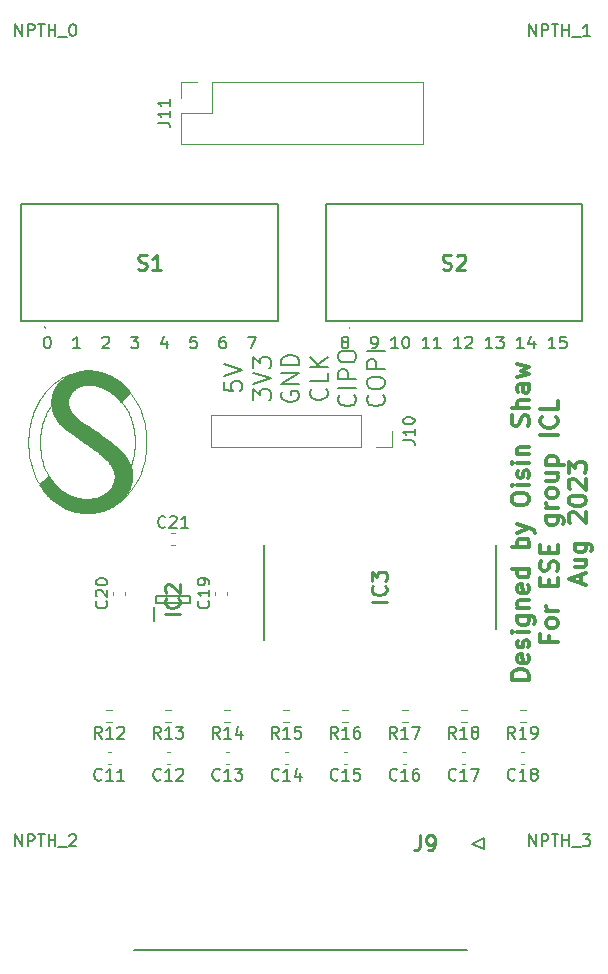
<source format=gbr>
%TF.GenerationSoftware,KiCad,Pcbnew,(6.0.7)*%
%TF.CreationDate,2023-09-07T13:28:03+01:00*%
%TF.ProjectId,CCC_rig_NTC_in,4343435f-7269-4675-9f4e-54435f696e2e,rev?*%
%TF.SameCoordinates,Original*%
%TF.FileFunction,Legend,Top*%
%TF.FilePolarity,Positive*%
%FSLAX46Y46*%
G04 Gerber Fmt 4.6, Leading zero omitted, Abs format (unit mm)*
G04 Created by KiCad (PCBNEW (6.0.7)) date 2023-09-07 13:28:03*
%MOMM*%
%LPD*%
G01*
G04 APERTURE LIST*
%ADD10C,0.200000*%
%ADD11C,0.100427*%
%ADD12C,0.150000*%
%ADD13C,0.300000*%
%ADD14C,0.254000*%
%ADD15C,0.120000*%
%ADD16C,0.100000*%
%ADD17C,0.127000*%
G04 APERTURE END LIST*
D10*
G36*
X21069073Y-64956029D02*
G01*
X21069072Y-64956031D01*
X21069072Y-64956027D01*
X21069073Y-64956029D01*
G37*
X21069073Y-64956029D02*
X21069072Y-64956031D01*
X21069072Y-64956027D01*
X21069073Y-64956029D01*
G36*
X25221385Y-55292044D02*
G01*
X25440697Y-55307238D01*
X25550343Y-55318336D01*
X25659854Y-55331843D01*
X25769137Y-55347817D01*
X25878096Y-55366312D01*
X25986636Y-55387387D01*
X26094663Y-55411097D01*
X26202081Y-55437499D01*
X26308796Y-55466650D01*
X26414712Y-55498606D01*
X26519735Y-55533424D01*
X26623770Y-55571160D01*
X26726722Y-55611870D01*
X26828495Y-55655612D01*
X26928996Y-55702441D01*
X27031488Y-55752583D01*
X27135553Y-55806608D01*
X27241023Y-55864753D01*
X27347729Y-55927255D01*
X27455503Y-55994351D01*
X27564177Y-56066280D01*
X27673584Y-56143277D01*
X27783553Y-56225581D01*
X27893918Y-56313429D01*
X28004509Y-56407057D01*
X28115160Y-56506704D01*
X28225700Y-56612606D01*
X28335963Y-56725001D01*
X28445780Y-56844126D01*
X28554982Y-56970218D01*
X28663402Y-57103514D01*
X27929255Y-57864695D01*
X27837737Y-57757267D01*
X27743684Y-57653978D01*
X27647505Y-57554916D01*
X27549603Y-57460166D01*
X27450386Y-57369816D01*
X27350260Y-57283954D01*
X27249631Y-57202664D01*
X27148904Y-57126035D01*
X27048486Y-57054153D01*
X26948783Y-56987104D01*
X26850201Y-56924976D01*
X26753145Y-56867856D01*
X26658023Y-56815830D01*
X26565240Y-56768984D01*
X26475203Y-56727407D01*
X26388316Y-56691184D01*
X26323344Y-56660796D01*
X26257004Y-56632687D01*
X26189389Y-56606770D01*
X26120595Y-56582958D01*
X26050717Y-56561164D01*
X25979849Y-56541302D01*
X25908087Y-56523286D01*
X25835525Y-56507028D01*
X25762258Y-56492442D01*
X25688381Y-56479441D01*
X25539176Y-56457849D01*
X25388670Y-56441559D01*
X25237620Y-56429877D01*
X25140202Y-56426499D01*
X25044075Y-56428658D01*
X24949370Y-56436086D01*
X24856215Y-56448515D01*
X24764740Y-56465678D01*
X24675075Y-56487308D01*
X24587348Y-56513137D01*
X24501689Y-56542897D01*
X24418227Y-56576322D01*
X24337092Y-56613143D01*
X24258413Y-56653093D01*
X24182319Y-56695905D01*
X24108940Y-56741312D01*
X24038404Y-56789045D01*
X23970842Y-56838837D01*
X23906383Y-56890422D01*
X23846561Y-56943557D01*
X23790621Y-56998181D01*
X23738561Y-57054299D01*
X23690376Y-57111914D01*
X23646064Y-57171029D01*
X23605622Y-57231649D01*
X23569046Y-57293778D01*
X23536334Y-57357419D01*
X23507482Y-57422575D01*
X23482487Y-57489252D01*
X23461346Y-57557452D01*
X23444056Y-57627179D01*
X23430613Y-57698438D01*
X23421015Y-57771232D01*
X23415259Y-57845564D01*
X23413341Y-57921439D01*
X23414030Y-57967918D01*
X23416098Y-58014216D01*
X23419544Y-58060331D01*
X23424370Y-58106265D01*
X23430574Y-58152016D01*
X23438156Y-58197586D01*
X23447118Y-58242974D01*
X23457458Y-58288180D01*
X23469176Y-58333204D01*
X23482273Y-58378046D01*
X23496749Y-58422706D01*
X23512604Y-58467184D01*
X23529837Y-58511481D01*
X23548449Y-58555595D01*
X23568439Y-58599528D01*
X23589808Y-58643279D01*
X23613004Y-58687181D01*
X23638475Y-58731568D01*
X23666221Y-58776440D01*
X23696241Y-58821797D01*
X23728536Y-58867640D01*
X23763106Y-58913967D01*
X23799951Y-58960780D01*
X23839070Y-59008078D01*
X23880464Y-59055861D01*
X23924133Y-59104130D01*
X23970077Y-59152883D01*
X24018295Y-59202121D01*
X24068787Y-59251845D01*
X24121554Y-59302053D01*
X24176596Y-59352747D01*
X24233912Y-59403926D01*
X24316083Y-59469294D01*
X24434648Y-59556735D01*
X24589609Y-59666248D01*
X24780967Y-59797834D01*
X25008721Y-59951492D01*
X25272871Y-60127223D01*
X25573419Y-60325026D01*
X25910365Y-60544902D01*
X26315141Y-60814742D01*
X26686827Y-61077063D01*
X27025425Y-61331866D01*
X27330935Y-61579149D01*
X27471283Y-61699971D01*
X27603358Y-61818913D01*
X27727161Y-61935976D01*
X27842693Y-62051158D01*
X27949953Y-62164461D01*
X28048941Y-62275884D01*
X28139657Y-62385427D01*
X28222102Y-62493090D01*
X28297961Y-62599844D01*
X28368926Y-62706658D01*
X28434997Y-62813533D01*
X28496174Y-62920469D01*
X28552456Y-63027466D01*
X28603845Y-63134523D01*
X28650339Y-63241640D01*
X28691939Y-63348819D01*
X28728645Y-63456058D01*
X28760457Y-63563358D01*
X28787375Y-63670718D01*
X28809399Y-63778139D01*
X28826528Y-63885621D01*
X28838763Y-63993163D01*
X28846105Y-64100766D01*
X28848552Y-64208430D01*
X28844347Y-64362391D01*
X28831732Y-64513806D01*
X28810708Y-64662673D01*
X28781275Y-64808994D01*
X28743431Y-64952768D01*
X28697178Y-65093995D01*
X28642515Y-65232675D01*
X28579442Y-65368808D01*
X28507959Y-65502394D01*
X28428067Y-65633434D01*
X28339765Y-65761927D01*
X28243053Y-65887873D01*
X28137931Y-66011273D01*
X28024399Y-66132125D01*
X27902457Y-66250431D01*
X27772105Y-66366191D01*
X27628172Y-66467489D01*
X27483941Y-66563662D01*
X27338940Y-66654549D01*
X27192697Y-66739989D01*
X27044740Y-66819823D01*
X26894599Y-66893889D01*
X26741800Y-66962027D01*
X26585872Y-67024078D01*
X26426343Y-67079880D01*
X26262742Y-67129274D01*
X26094598Y-67172098D01*
X25921437Y-67208193D01*
X25742788Y-67237398D01*
X25558181Y-67259552D01*
X25367142Y-67274496D01*
X25169200Y-67282069D01*
X25015583Y-67282851D01*
X24864796Y-67279320D01*
X24716737Y-67271512D01*
X24571307Y-67259463D01*
X24428405Y-67243207D01*
X24287931Y-67222780D01*
X24149786Y-67198217D01*
X24013867Y-67169554D01*
X23880076Y-67136826D01*
X23748313Y-67100068D01*
X23618476Y-67059316D01*
X23490465Y-67014605D01*
X23364181Y-66965970D01*
X23239524Y-66913447D01*
X23116392Y-66857071D01*
X22994685Y-66796878D01*
X22873345Y-66724358D01*
X22750058Y-66646468D01*
X22625267Y-66563142D01*
X22499421Y-66474317D01*
X22372963Y-66379928D01*
X22246341Y-66279911D01*
X22119998Y-66174202D01*
X21994382Y-66062735D01*
X21869937Y-65945447D01*
X21747110Y-65822273D01*
X21626346Y-65693149D01*
X21508091Y-65558011D01*
X21392790Y-65416794D01*
X21280890Y-65269434D01*
X21172835Y-65115866D01*
X21069073Y-64956029D01*
X21795497Y-64205058D01*
X21879106Y-64337497D01*
X21965124Y-64464864D01*
X22053426Y-64587210D01*
X22143886Y-64704583D01*
X22236381Y-64817033D01*
X22330783Y-64924608D01*
X22426970Y-65027359D01*
X22524816Y-65125334D01*
X22624195Y-65218583D01*
X22724982Y-65307155D01*
X22930284Y-65470464D01*
X23139720Y-65615656D01*
X23352290Y-65743125D01*
X23566995Y-65853265D01*
X23782834Y-65946470D01*
X23998807Y-66023135D01*
X24213914Y-66083653D01*
X24427155Y-66128419D01*
X24637530Y-66157827D01*
X24844038Y-66172271D01*
X25045680Y-66172145D01*
X25207611Y-66163449D01*
X25367092Y-66148932D01*
X25445911Y-66139316D01*
X25524116Y-66128035D01*
X25601704Y-66115019D01*
X25678676Y-66100197D01*
X25755029Y-66083501D01*
X25830763Y-66064860D01*
X25905878Y-66044204D01*
X25980372Y-66021462D01*
X26054244Y-65996566D01*
X26127493Y-65969445D01*
X26200119Y-65940029D01*
X26272120Y-65908248D01*
X26342743Y-65873593D01*
X26411229Y-65837543D01*
X26477578Y-65800099D01*
X26541789Y-65761260D01*
X26603864Y-65721027D01*
X26663801Y-65679399D01*
X26721601Y-65636376D01*
X26777265Y-65591958D01*
X26830791Y-65546146D01*
X26882180Y-65498939D01*
X26931432Y-65450337D01*
X26978548Y-65400341D01*
X27023526Y-65348950D01*
X27066368Y-65296164D01*
X27107072Y-65241983D01*
X27145640Y-65186408D01*
X27181968Y-65129923D01*
X27215952Y-65073013D01*
X27247593Y-65015680D01*
X27276890Y-64957921D01*
X27303843Y-64899739D01*
X27328452Y-64841132D01*
X27350718Y-64782100D01*
X27370641Y-64722644D01*
X27388219Y-64662764D01*
X27403454Y-64602459D01*
X27416345Y-64541729D01*
X27426892Y-64480575D01*
X27435096Y-64418997D01*
X27440956Y-64356994D01*
X27444471Y-64294567D01*
X27445643Y-64231715D01*
X27443920Y-64160010D01*
X27438750Y-64088487D01*
X27430133Y-64017146D01*
X27418069Y-63945987D01*
X27402559Y-63875009D01*
X27383601Y-63804214D01*
X27361198Y-63733601D01*
X27335347Y-63663169D01*
X27306050Y-63592919D01*
X27273306Y-63522852D01*
X27237116Y-63452966D01*
X27197479Y-63383262D01*
X27154396Y-63313740D01*
X27107866Y-63244400D01*
X27057889Y-63175241D01*
X27004466Y-63106265D01*
X26924436Y-63009972D01*
X26836548Y-62911253D01*
X26740800Y-62810108D01*
X26637194Y-62706538D01*
X26525730Y-62600543D01*
X26406407Y-62492121D01*
X26279225Y-62381275D01*
X26144185Y-62268002D01*
X26001287Y-62152304D01*
X25850530Y-62034180D01*
X25691915Y-61913631D01*
X25525442Y-61790656D01*
X25351111Y-61665256D01*
X25168922Y-61537430D01*
X24978875Y-61407178D01*
X24780971Y-61274501D01*
X24394258Y-61014119D01*
X24045871Y-60772414D01*
X23735811Y-60549386D01*
X23464078Y-60345034D01*
X23230672Y-60159360D01*
X23035593Y-59992362D01*
X22878841Y-59844041D01*
X22814838Y-59776884D01*
X22760417Y-59714396D01*
X22677077Y-59612978D01*
X22599115Y-59510529D01*
X22526529Y-59407050D01*
X22459320Y-59302539D01*
X22397488Y-59196998D01*
X22341032Y-59090425D01*
X22289954Y-58982822D01*
X22244252Y-58874189D01*
X22203927Y-58764524D01*
X22168979Y-58653828D01*
X22139407Y-58542102D01*
X22115213Y-58429345D01*
X22096394Y-58315557D01*
X22082953Y-58200738D01*
X22074888Y-58084889D01*
X22072200Y-57968009D01*
X22073785Y-57875384D01*
X22078541Y-57783789D01*
X22086468Y-57693226D01*
X22097566Y-57603693D01*
X22111834Y-57515191D01*
X22129274Y-57427721D01*
X22149884Y-57341281D01*
X22173665Y-57255871D01*
X22200617Y-57171493D01*
X22230740Y-57088146D01*
X22264034Y-57005829D01*
X22300499Y-56924544D01*
X22340135Y-56844289D01*
X22382941Y-56765065D01*
X22428919Y-56686872D01*
X22478068Y-56609709D01*
X22530078Y-56534093D01*
X22584639Y-56460538D01*
X22641749Y-56389045D01*
X22701411Y-56319614D01*
X22763623Y-56252244D01*
X22828385Y-56186937D01*
X22895698Y-56123691D01*
X22965562Y-56062506D01*
X23037976Y-56003384D01*
X23112940Y-55946323D01*
X23190455Y-55891324D01*
X23270519Y-55838387D01*
X23353135Y-55787511D01*
X23438300Y-55738697D01*
X23526016Y-55691944D01*
X23616282Y-55647254D01*
X23709407Y-55603732D01*
X23803490Y-55562504D01*
X23898532Y-55523689D01*
X23994532Y-55487403D01*
X24091491Y-55453764D01*
X24189409Y-55422889D01*
X24288287Y-55394897D01*
X24388123Y-55369904D01*
X24488920Y-55348028D01*
X24590677Y-55329386D01*
X24693393Y-55314097D01*
X24797070Y-55302277D01*
X24901708Y-55294044D01*
X25007306Y-55289516D01*
X25113865Y-55288811D01*
X25221385Y-55292044D01*
G37*
X25221385Y-55292044D02*
X25440697Y-55307238D01*
X25550343Y-55318336D01*
X25659854Y-55331843D01*
X25769137Y-55347817D01*
X25878096Y-55366312D01*
X25986636Y-55387387D01*
X26094663Y-55411097D01*
X26202081Y-55437499D01*
X26308796Y-55466650D01*
X26414712Y-55498606D01*
X26519735Y-55533424D01*
X26623770Y-55571160D01*
X26726722Y-55611870D01*
X26828495Y-55655612D01*
X26928996Y-55702441D01*
X27031488Y-55752583D01*
X27135553Y-55806608D01*
X27241023Y-55864753D01*
X27347729Y-55927255D01*
X27455503Y-55994351D01*
X27564177Y-56066280D01*
X27673584Y-56143277D01*
X27783553Y-56225581D01*
X27893918Y-56313429D01*
X28004509Y-56407057D01*
X28115160Y-56506704D01*
X28225700Y-56612606D01*
X28335963Y-56725001D01*
X28445780Y-56844126D01*
X28554982Y-56970218D01*
X28663402Y-57103514D01*
X27929255Y-57864695D01*
X27837737Y-57757267D01*
X27743684Y-57653978D01*
X27647505Y-57554916D01*
X27549603Y-57460166D01*
X27450386Y-57369816D01*
X27350260Y-57283954D01*
X27249631Y-57202664D01*
X27148904Y-57126035D01*
X27048486Y-57054153D01*
X26948783Y-56987104D01*
X26850201Y-56924976D01*
X26753145Y-56867856D01*
X26658023Y-56815830D01*
X26565240Y-56768984D01*
X26475203Y-56727407D01*
X26388316Y-56691184D01*
X26323344Y-56660796D01*
X26257004Y-56632687D01*
X26189389Y-56606770D01*
X26120595Y-56582958D01*
X26050717Y-56561164D01*
X25979849Y-56541302D01*
X25908087Y-56523286D01*
X25835525Y-56507028D01*
X25762258Y-56492442D01*
X25688381Y-56479441D01*
X25539176Y-56457849D01*
X25388670Y-56441559D01*
X25237620Y-56429877D01*
X25140202Y-56426499D01*
X25044075Y-56428658D01*
X24949370Y-56436086D01*
X24856215Y-56448515D01*
X24764740Y-56465678D01*
X24675075Y-56487308D01*
X24587348Y-56513137D01*
X24501689Y-56542897D01*
X24418227Y-56576322D01*
X24337092Y-56613143D01*
X24258413Y-56653093D01*
X24182319Y-56695905D01*
X24108940Y-56741312D01*
X24038404Y-56789045D01*
X23970842Y-56838837D01*
X23906383Y-56890422D01*
X23846561Y-56943557D01*
X23790621Y-56998181D01*
X23738561Y-57054299D01*
X23690376Y-57111914D01*
X23646064Y-57171029D01*
X23605622Y-57231649D01*
X23569046Y-57293778D01*
X23536334Y-57357419D01*
X23507482Y-57422575D01*
X23482487Y-57489252D01*
X23461346Y-57557452D01*
X23444056Y-57627179D01*
X23430613Y-57698438D01*
X23421015Y-57771232D01*
X23415259Y-57845564D01*
X23413341Y-57921439D01*
X23414030Y-57967918D01*
X23416098Y-58014216D01*
X23419544Y-58060331D01*
X23424370Y-58106265D01*
X23430574Y-58152016D01*
X23438156Y-58197586D01*
X23447118Y-58242974D01*
X23457458Y-58288180D01*
X23469176Y-58333204D01*
X23482273Y-58378046D01*
X23496749Y-58422706D01*
X23512604Y-58467184D01*
X23529837Y-58511481D01*
X23548449Y-58555595D01*
X23568439Y-58599528D01*
X23589808Y-58643279D01*
X23613004Y-58687181D01*
X23638475Y-58731568D01*
X23666221Y-58776440D01*
X23696241Y-58821797D01*
X23728536Y-58867640D01*
X23763106Y-58913967D01*
X23799951Y-58960780D01*
X23839070Y-59008078D01*
X23880464Y-59055861D01*
X23924133Y-59104130D01*
X23970077Y-59152883D01*
X24018295Y-59202121D01*
X24068787Y-59251845D01*
X24121554Y-59302053D01*
X24176596Y-59352747D01*
X24233912Y-59403926D01*
X24316083Y-59469294D01*
X24434648Y-59556735D01*
X24589609Y-59666248D01*
X24780967Y-59797834D01*
X25008721Y-59951492D01*
X25272871Y-60127223D01*
X25573419Y-60325026D01*
X25910365Y-60544902D01*
X26315141Y-60814742D01*
X26686827Y-61077063D01*
X27025425Y-61331866D01*
X27330935Y-61579149D01*
X27471283Y-61699971D01*
X27603358Y-61818913D01*
X27727161Y-61935976D01*
X27842693Y-62051158D01*
X27949953Y-62164461D01*
X28048941Y-62275884D01*
X28139657Y-62385427D01*
X28222102Y-62493090D01*
X28297961Y-62599844D01*
X28368926Y-62706658D01*
X28434997Y-62813533D01*
X28496174Y-62920469D01*
X28552456Y-63027466D01*
X28603845Y-63134523D01*
X28650339Y-63241640D01*
X28691939Y-63348819D01*
X28728645Y-63456058D01*
X28760457Y-63563358D01*
X28787375Y-63670718D01*
X28809399Y-63778139D01*
X28826528Y-63885621D01*
X28838763Y-63993163D01*
X28846105Y-64100766D01*
X28848552Y-64208430D01*
X28844347Y-64362391D01*
X28831732Y-64513806D01*
X28810708Y-64662673D01*
X28781275Y-64808994D01*
X28743431Y-64952768D01*
X28697178Y-65093995D01*
X28642515Y-65232675D01*
X28579442Y-65368808D01*
X28507959Y-65502394D01*
X28428067Y-65633434D01*
X28339765Y-65761927D01*
X28243053Y-65887873D01*
X28137931Y-66011273D01*
X28024399Y-66132125D01*
X27902457Y-66250431D01*
X27772105Y-66366191D01*
X27628172Y-66467489D01*
X27483941Y-66563662D01*
X27338940Y-66654549D01*
X27192697Y-66739989D01*
X27044740Y-66819823D01*
X26894599Y-66893889D01*
X26741800Y-66962027D01*
X26585872Y-67024078D01*
X26426343Y-67079880D01*
X26262742Y-67129274D01*
X26094598Y-67172098D01*
X25921437Y-67208193D01*
X25742788Y-67237398D01*
X25558181Y-67259552D01*
X25367142Y-67274496D01*
X25169200Y-67282069D01*
X25015583Y-67282851D01*
X24864796Y-67279320D01*
X24716737Y-67271512D01*
X24571307Y-67259463D01*
X24428405Y-67243207D01*
X24287931Y-67222780D01*
X24149786Y-67198217D01*
X24013867Y-67169554D01*
X23880076Y-67136826D01*
X23748313Y-67100068D01*
X23618476Y-67059316D01*
X23490465Y-67014605D01*
X23364181Y-66965970D01*
X23239524Y-66913447D01*
X23116392Y-66857071D01*
X22994685Y-66796878D01*
X22873345Y-66724358D01*
X22750058Y-66646468D01*
X22625267Y-66563142D01*
X22499421Y-66474317D01*
X22372963Y-66379928D01*
X22246341Y-66279911D01*
X22119998Y-66174202D01*
X21994382Y-66062735D01*
X21869937Y-65945447D01*
X21747110Y-65822273D01*
X21626346Y-65693149D01*
X21508091Y-65558011D01*
X21392790Y-65416794D01*
X21280890Y-65269434D01*
X21172835Y-65115866D01*
X21069073Y-64956029D01*
X21795497Y-64205058D01*
X21879106Y-64337497D01*
X21965124Y-64464864D01*
X22053426Y-64587210D01*
X22143886Y-64704583D01*
X22236381Y-64817033D01*
X22330783Y-64924608D01*
X22426970Y-65027359D01*
X22524816Y-65125334D01*
X22624195Y-65218583D01*
X22724982Y-65307155D01*
X22930284Y-65470464D01*
X23139720Y-65615656D01*
X23352290Y-65743125D01*
X23566995Y-65853265D01*
X23782834Y-65946470D01*
X23998807Y-66023135D01*
X24213914Y-66083653D01*
X24427155Y-66128419D01*
X24637530Y-66157827D01*
X24844038Y-66172271D01*
X25045680Y-66172145D01*
X25207611Y-66163449D01*
X25367092Y-66148932D01*
X25445911Y-66139316D01*
X25524116Y-66128035D01*
X25601704Y-66115019D01*
X25678676Y-66100197D01*
X25755029Y-66083501D01*
X25830763Y-66064860D01*
X25905878Y-66044204D01*
X25980372Y-66021462D01*
X26054244Y-65996566D01*
X26127493Y-65969445D01*
X26200119Y-65940029D01*
X26272120Y-65908248D01*
X26342743Y-65873593D01*
X26411229Y-65837543D01*
X26477578Y-65800099D01*
X26541789Y-65761260D01*
X26603864Y-65721027D01*
X26663801Y-65679399D01*
X26721601Y-65636376D01*
X26777265Y-65591958D01*
X26830791Y-65546146D01*
X26882180Y-65498939D01*
X26931432Y-65450337D01*
X26978548Y-65400341D01*
X27023526Y-65348950D01*
X27066368Y-65296164D01*
X27107072Y-65241983D01*
X27145640Y-65186408D01*
X27181968Y-65129923D01*
X27215952Y-65073013D01*
X27247593Y-65015680D01*
X27276890Y-64957921D01*
X27303843Y-64899739D01*
X27328452Y-64841132D01*
X27350718Y-64782100D01*
X27370641Y-64722644D01*
X27388219Y-64662764D01*
X27403454Y-64602459D01*
X27416345Y-64541729D01*
X27426892Y-64480575D01*
X27435096Y-64418997D01*
X27440956Y-64356994D01*
X27444471Y-64294567D01*
X27445643Y-64231715D01*
X27443920Y-64160010D01*
X27438750Y-64088487D01*
X27430133Y-64017146D01*
X27418069Y-63945987D01*
X27402559Y-63875009D01*
X27383601Y-63804214D01*
X27361198Y-63733601D01*
X27335347Y-63663169D01*
X27306050Y-63592919D01*
X27273306Y-63522852D01*
X27237116Y-63452966D01*
X27197479Y-63383262D01*
X27154396Y-63313740D01*
X27107866Y-63244400D01*
X27057889Y-63175241D01*
X27004466Y-63106265D01*
X26924436Y-63009972D01*
X26836548Y-62911253D01*
X26740800Y-62810108D01*
X26637194Y-62706538D01*
X26525730Y-62600543D01*
X26406407Y-62492121D01*
X26279225Y-62381275D01*
X26144185Y-62268002D01*
X26001287Y-62152304D01*
X25850530Y-62034180D01*
X25691915Y-61913631D01*
X25525442Y-61790656D01*
X25351111Y-61665256D01*
X25168922Y-61537430D01*
X24978875Y-61407178D01*
X24780971Y-61274501D01*
X24394258Y-61014119D01*
X24045871Y-60772414D01*
X23735811Y-60549386D01*
X23464078Y-60345034D01*
X23230672Y-60159360D01*
X23035593Y-59992362D01*
X22878841Y-59844041D01*
X22814838Y-59776884D01*
X22760417Y-59714396D01*
X22677077Y-59612978D01*
X22599115Y-59510529D01*
X22526529Y-59407050D01*
X22459320Y-59302539D01*
X22397488Y-59196998D01*
X22341032Y-59090425D01*
X22289954Y-58982822D01*
X22244252Y-58874189D01*
X22203927Y-58764524D01*
X22168979Y-58653828D01*
X22139407Y-58542102D01*
X22115213Y-58429345D01*
X22096394Y-58315557D01*
X22082953Y-58200738D01*
X22074888Y-58084889D01*
X22072200Y-57968009D01*
X22073785Y-57875384D01*
X22078541Y-57783789D01*
X22086468Y-57693226D01*
X22097566Y-57603693D01*
X22111834Y-57515191D01*
X22129274Y-57427721D01*
X22149884Y-57341281D01*
X22173665Y-57255871D01*
X22200617Y-57171493D01*
X22230740Y-57088146D01*
X22264034Y-57005829D01*
X22300499Y-56924544D01*
X22340135Y-56844289D01*
X22382941Y-56765065D01*
X22428919Y-56686872D01*
X22478068Y-56609709D01*
X22530078Y-56534093D01*
X22584639Y-56460538D01*
X22641749Y-56389045D01*
X22701411Y-56319614D01*
X22763623Y-56252244D01*
X22828385Y-56186937D01*
X22895698Y-56123691D01*
X22965562Y-56062506D01*
X23037976Y-56003384D01*
X23112940Y-55946323D01*
X23190455Y-55891324D01*
X23270519Y-55838387D01*
X23353135Y-55787511D01*
X23438300Y-55738697D01*
X23526016Y-55691944D01*
X23616282Y-55647254D01*
X23709407Y-55603732D01*
X23803490Y-55562504D01*
X23898532Y-55523689D01*
X23994532Y-55487403D01*
X24091491Y-55453764D01*
X24189409Y-55422889D01*
X24288287Y-55394897D01*
X24388123Y-55369904D01*
X24488920Y-55348028D01*
X24590677Y-55329386D01*
X24693393Y-55314097D01*
X24797070Y-55302277D01*
X24901708Y-55294044D01*
X25007306Y-55289516D01*
X25113865Y-55288811D01*
X25221385Y-55292044D01*
D11*
X24988780Y-55287573D02*
X24988780Y-55287573D01*
X24988780Y-55287573D02*
X24988780Y-55287573D01*
X24823323Y-55290698D02*
X24988780Y-55287573D01*
X24659328Y-55300071D02*
X24823323Y-55290698D01*
X24496794Y-55315692D02*
X24659328Y-55300071D01*
X24335723Y-55337562D02*
X24496794Y-55315692D01*
X24176114Y-55365680D02*
X24335723Y-55337562D01*
X24017967Y-55400047D02*
X24176114Y-55365680D01*
X23861282Y-55440663D02*
X24017967Y-55400047D01*
X23706059Y-55487527D02*
X23861282Y-55440663D01*
X23552299Y-55540639D02*
X23706059Y-55487527D01*
X23400000Y-55600000D02*
X23552299Y-55540639D01*
X23249164Y-55665609D02*
X23400000Y-55600000D01*
X23099790Y-55737467D02*
X23249164Y-55665609D01*
X22951879Y-55815573D02*
X23099790Y-55737467D01*
X22805429Y-55899928D02*
X22951879Y-55815573D01*
X22660442Y-55990531D02*
X22805429Y-55899928D01*
X22516917Y-56087382D02*
X22660442Y-55990531D01*
X22516917Y-56087382D02*
X22516917Y-56087382D01*
X22375989Y-56188784D02*
X22516917Y-56087382D01*
X22238792Y-56294978D02*
X22375989Y-56188784D01*
X22105326Y-56405965D02*
X22238792Y-56294978D01*
X21975592Y-56521745D02*
X22105326Y-56405965D01*
X21849588Y-56642317D02*
X21975592Y-56521745D01*
X21727316Y-56767681D02*
X21849588Y-56642317D01*
X21608774Y-56897838D02*
X21727316Y-56767681D01*
X21493964Y-57032788D02*
X21608774Y-56897838D01*
X21382885Y-57172530D02*
X21493964Y-57032788D01*
X21275537Y-57317065D02*
X21382885Y-57172530D01*
X21171920Y-57466392D02*
X21275537Y-57317065D01*
X21072035Y-57620512D02*
X21171920Y-57466392D01*
X20975880Y-57779425D02*
X21072035Y-57620512D01*
X20883457Y-57943130D02*
X20975880Y-57779425D01*
X20794765Y-58111628D02*
X20883457Y-57943130D01*
X20709804Y-58284918D02*
X20794765Y-58111628D01*
X20709804Y-58284918D02*
X20709804Y-58284918D01*
X20630089Y-58461545D02*
X20709804Y-58284918D01*
X20555517Y-58640052D02*
X20630089Y-58461545D01*
X20486088Y-58820439D02*
X20555517Y-58640052D01*
X20421802Y-59002708D02*
X20486088Y-58820439D01*
X20362658Y-59186857D02*
X20421802Y-59002708D01*
X20308657Y-59372886D02*
X20362658Y-59186857D01*
X20259800Y-59560796D02*
X20308657Y-59372886D01*
X20216084Y-59750587D02*
X20259800Y-59560796D01*
X20177512Y-59942258D02*
X20216084Y-59750587D01*
X20144083Y-60135810D02*
X20177512Y-59942258D01*
X20115796Y-60331242D02*
X20144083Y-60135810D01*
X20092653Y-60528556D02*
X20115796Y-60331242D01*
X20074652Y-60727750D02*
X20092653Y-60528556D01*
X20061795Y-60928824D02*
X20074652Y-60727750D01*
X20054080Y-61131779D02*
X20061795Y-60928824D01*
X20051509Y-61336615D02*
X20054080Y-61131779D01*
X20051509Y-61336615D02*
X20051509Y-61336615D01*
X20057181Y-61642429D02*
X20051509Y-61336615D01*
X20074199Y-61942540D02*
X20057181Y-61642429D01*
X20102561Y-62236949D02*
X20074199Y-61942540D01*
X20142269Y-62525654D02*
X20102561Y-62236949D01*
X20193321Y-62808658D02*
X20142269Y-62525654D01*
X20255718Y-63085958D02*
X20193321Y-62808658D01*
X20329460Y-63357556D02*
X20255718Y-63085958D01*
X20414546Y-63623452D02*
X20329460Y-63357556D01*
X20510977Y-63883645D02*
X20414546Y-63623452D01*
X20618753Y-64138135D02*
X20510977Y-63883645D01*
X20737873Y-64386923D02*
X20618753Y-64138135D01*
X20868338Y-64630008D02*
X20737873Y-64386923D01*
X21010147Y-64867391D02*
X20868338Y-64630008D01*
X21163301Y-65099072D02*
X21010147Y-64867391D01*
X21327799Y-65325050D02*
X21163301Y-65099072D01*
X21503642Y-65545325D02*
X21327799Y-65325050D01*
X21503642Y-65545325D02*
X21503642Y-65545325D01*
X21687728Y-65755955D02*
X21503642Y-65545325D01*
X21876958Y-65952995D02*
X21687728Y-65755955D01*
X22071331Y-66136447D02*
X21876958Y-65952995D01*
X22270848Y-66306309D02*
X22071331Y-66136447D01*
X22475508Y-66462583D02*
X22270848Y-66306309D01*
X22685311Y-66605267D02*
X22475508Y-66462583D01*
X22900257Y-66734363D02*
X22685311Y-66605267D01*
X23120347Y-66849869D02*
X22900257Y-66734363D01*
X23345580Y-66951786D02*
X23120347Y-66849869D01*
X23575956Y-67040115D02*
X23345580Y-66951786D01*
X23811475Y-67114854D02*
X23575956Y-67040115D01*
X24052138Y-67176005D02*
X23811475Y-67114854D01*
X24297943Y-67223566D02*
X24052138Y-67176005D01*
X24548892Y-67257538D02*
X24297943Y-67223566D01*
X24804984Y-67277922D02*
X24548892Y-67257538D01*
X25066218Y-67284716D02*
X24804984Y-67277922D01*
X25066218Y-67284716D02*
X25066218Y-67284716D01*
X25324301Y-67277891D02*
X25066218Y-67284716D01*
X25577392Y-67257417D02*
X25324301Y-67277891D01*
X25825491Y-67223293D02*
X25577392Y-67257417D01*
X26068598Y-67175519D02*
X25825491Y-67223293D01*
X26306713Y-67114095D02*
X26068598Y-67175519D01*
X26539836Y-67039022D02*
X26306713Y-67114095D01*
X26767968Y-66950299D02*
X26539836Y-67039022D01*
X26991107Y-66847927D02*
X26767968Y-66950299D01*
X27209255Y-66731905D02*
X26991107Y-66847927D01*
X27422411Y-66602233D02*
X27209255Y-66731905D01*
X27630575Y-66458911D02*
X27422411Y-66602233D01*
X27833747Y-66301940D02*
X27630575Y-66458911D01*
X28031928Y-66131319D02*
X27833747Y-66301940D01*
X28225118Y-65947048D02*
X28031928Y-66131319D01*
X28413316Y-65749128D02*
X28225118Y-65947048D01*
X28596522Y-65537558D02*
X28413316Y-65749128D01*
X28596522Y-65537558D02*
X28596522Y-65537558D01*
X28772367Y-65316192D02*
X28596522Y-65537558D01*
X28936867Y-65088880D02*
X28772367Y-65316192D01*
X29090023Y-64855623D02*
X28936867Y-65088880D01*
X29231833Y-64616420D02*
X29090023Y-64855623D01*
X29362298Y-64371273D02*
X29231833Y-64616420D01*
X29481418Y-64120180D02*
X29362298Y-64371273D01*
X29589194Y-63863142D02*
X29481418Y-64120180D01*
X29685624Y-63600159D02*
X29589194Y-63863142D01*
X29770710Y-63331230D02*
X29685624Y-63600159D01*
X29844451Y-63056357D02*
X29770710Y-63331230D01*
X29906847Y-62775538D02*
X29844451Y-63056357D01*
X29957898Y-62488773D02*
X29906847Y-62775538D01*
X29997604Y-62196064D02*
X29957898Y-62488773D01*
X30025966Y-61897409D02*
X29997604Y-62196064D01*
X30042983Y-61592809D02*
X30025966Y-61897409D01*
X30048655Y-61282263D02*
X30042983Y-61592809D01*
X30048655Y-61282263D02*
X30048655Y-61282263D01*
X30042983Y-60968958D02*
X30048655Y-61282263D01*
X30025966Y-60661902D02*
X30042983Y-60968958D01*
X29997604Y-60361094D02*
X30025966Y-60661902D01*
X29957898Y-60066534D02*
X29997604Y-60361094D01*
X29906847Y-59778223D02*
X29957898Y-60066534D01*
X29844451Y-59496160D02*
X29906847Y-59778223D01*
X29770710Y-59220346D02*
X29844451Y-59496160D01*
X29685624Y-58950780D02*
X29770710Y-59220346D01*
X29589194Y-58687463D02*
X29685624Y-58950780D01*
X29481418Y-58430394D02*
X29589194Y-58687463D01*
X29362298Y-58179574D02*
X29481418Y-58430394D01*
X29231833Y-57935002D02*
X29362298Y-58179574D01*
X29090023Y-57696679D02*
X29231833Y-57935002D01*
X28936867Y-57464605D02*
X29090023Y-57696679D01*
X28772367Y-57238779D02*
X28936867Y-57464605D01*
X28596522Y-57019202D02*
X28772367Y-57238779D01*
X28596522Y-57019202D02*
X28596522Y-57019202D01*
X28412257Y-56809513D02*
X28596522Y-57019202D01*
X28222496Y-56613352D02*
X28412257Y-56809513D01*
X28027239Y-56430719D02*
X28222496Y-56613352D01*
X27826486Y-56261614D02*
X28027239Y-56430719D01*
X27620238Y-56106038D02*
X27826486Y-56261614D01*
X27408494Y-55963991D02*
X27620238Y-56106038D01*
X27191254Y-55835472D02*
X27408494Y-55963991D01*
X26968518Y-55720481D02*
X27191254Y-55835472D01*
X26740287Y-55619018D02*
X26968518Y-55720481D01*
X26506559Y-55531084D02*
X26740287Y-55619018D01*
X26267336Y-55456678D02*
X26506559Y-55531084D01*
X26022617Y-55395800D02*
X26267336Y-55456678D01*
X25772401Y-55348451D02*
X26022617Y-55395800D01*
X25516690Y-55314630D02*
X25772401Y-55348451D01*
X25255483Y-55294338D02*
X25516690Y-55314630D01*
X24988780Y-55287573D02*
X25255483Y-55294338D01*
X25034007Y-56405749D02*
X25034007Y-56405753D01*
X25034007Y-56405749D02*
X25034007Y-56405749D01*
X25167472Y-56408327D02*
X25034007Y-56405749D01*
X25300029Y-56416062D02*
X25167472Y-56408327D01*
X25431679Y-56428953D02*
X25300029Y-56416062D01*
X25562421Y-56447001D02*
X25431679Y-56428953D01*
X25692256Y-56470205D02*
X25562421Y-56447001D01*
X25821183Y-56498566D02*
X25692256Y-56470205D01*
X25949202Y-56532083D02*
X25821183Y-56498566D01*
X26076314Y-56570757D02*
X25949202Y-56532083D01*
X26202518Y-56614587D02*
X26076314Y-56570757D01*
X26327815Y-56663574D02*
X26202518Y-56614587D01*
X26452205Y-56717717D02*
X26327815Y-56663574D01*
X26575687Y-56777017D02*
X26452205Y-56717717D01*
X26698262Y-56841474D02*
X26575687Y-56777017D01*
X26819929Y-56911087D02*
X26698262Y-56841474D01*
X26940689Y-56985857D02*
X26819929Y-56911087D01*
X27060542Y-57065783D02*
X26940689Y-56985857D01*
X27060542Y-57065783D02*
X27060542Y-57065783D01*
X27178252Y-57150017D02*
X27060542Y-57065783D01*
X27292583Y-57237708D02*
X27178252Y-57150017D01*
X27403536Y-57328858D02*
X27292583Y-57237708D01*
X27511111Y-57423465D02*
X27403536Y-57328858D01*
X27615307Y-57521531D02*
X27511111Y-57423465D01*
X27716124Y-57623054D02*
X27615307Y-57521531D01*
X27813563Y-57728035D02*
X27716124Y-57623054D01*
X27907624Y-57836475D02*
X27813563Y-57728035D01*
X27998307Y-57948372D02*
X27907624Y-57836475D01*
X28085611Y-58063727D02*
X27998307Y-57948372D01*
X28169537Y-58182540D02*
X28085611Y-58063727D01*
X28250085Y-58304811D02*
X28169537Y-58182540D01*
X28327254Y-58430540D02*
X28250085Y-58304811D01*
X28401045Y-58559727D02*
X28327254Y-58430540D01*
X28471458Y-58692372D02*
X28401045Y-58559727D01*
X28538493Y-58828475D02*
X28471458Y-58692372D01*
X28538493Y-58828475D02*
X28538493Y-58828475D01*
X28602581Y-58966366D02*
X28538493Y-58828475D01*
X28662534Y-59106320D02*
X28602581Y-58966366D01*
X28718353Y-59248337D02*
X28662534Y-59106320D01*
X28770036Y-59392416D02*
X28718353Y-59248337D01*
X28817585Y-59538559D02*
X28770036Y-59392416D01*
X28860998Y-59686764D02*
X28817585Y-59538559D01*
X28900278Y-59837032D02*
X28860998Y-59686764D01*
X28935422Y-59989362D02*
X28900278Y-59837032D01*
X28966432Y-60143755D02*
X28935422Y-59989362D01*
X28993307Y-60300211D02*
X28966432Y-60143755D01*
X29016047Y-60458729D02*
X28993307Y-60300211D01*
X29034652Y-60619310D02*
X29016047Y-60458729D01*
X29049123Y-60781954D02*
X29034652Y-60619310D01*
X29059460Y-60946660D02*
X29049123Y-60781954D01*
X29065662Y-61113428D02*
X29059460Y-60946660D01*
X29067729Y-61282260D02*
X29065662Y-61113428D01*
X29067729Y-61282260D02*
X29067729Y-61282260D01*
X29065662Y-61452122D02*
X29067729Y-61282260D01*
X29059460Y-61620043D02*
X29065662Y-61452122D01*
X29049123Y-61786023D02*
X29059460Y-61620043D01*
X29034652Y-61950062D02*
X29049123Y-61786023D01*
X29016047Y-62112159D02*
X29034652Y-61950062D01*
X28993307Y-62272315D02*
X29016047Y-62112159D01*
X28966432Y-62430530D02*
X28993307Y-62272315D01*
X28935422Y-62586803D02*
X28966432Y-62430530D01*
X28900278Y-62741135D02*
X28935422Y-62586803D01*
X28860998Y-62893526D02*
X28900278Y-62741135D01*
X28817585Y-63043976D02*
X28860998Y-62893526D01*
X28770036Y-63192484D02*
X28817585Y-63043976D01*
X28718353Y-63339051D02*
X28770036Y-63192484D01*
X28662534Y-63483676D02*
X28718353Y-63339051D01*
X28602581Y-63626361D02*
X28662534Y-63483676D01*
X28538493Y-63767104D02*
X28602581Y-63626361D01*
X28538493Y-63767104D02*
X28538493Y-63767104D01*
X28471509Y-63905026D02*
X28538493Y-63767104D01*
X28401246Y-64039248D02*
X28471509Y-63905026D01*
X28327707Y-64169769D02*
X28401246Y-64039248D01*
X28250889Y-64296589D02*
X28327707Y-64169769D01*
X28170794Y-64419709D02*
X28250889Y-64296589D01*
X28087422Y-64539128D02*
X28170794Y-64419709D01*
X28000773Y-64654847D02*
X28087422Y-64539128D01*
X27910846Y-64766865D02*
X28000773Y-64654847D01*
X27817641Y-64875183D02*
X27910846Y-64766865D01*
X27721160Y-64979800D02*
X27817641Y-64875183D01*
X27621401Y-65080717D02*
X27721160Y-64979800D01*
X27518365Y-65177933D02*
X27621401Y-65080717D01*
X27412052Y-65271448D02*
X27518365Y-65177933D01*
X27302462Y-65361263D02*
X27412052Y-65271448D01*
X27189595Y-65447378D02*
X27302462Y-65361263D01*
X27073451Y-65529792D02*
X27189595Y-65447378D01*
X27073451Y-65529792D02*
X27073451Y-65529792D01*
X26955817Y-65607838D02*
X27073451Y-65529792D01*
X26836872Y-65680849D02*
X26955817Y-65607838D01*
X26716617Y-65748825D02*
X26836872Y-65680849D01*
X26595051Y-65811766D02*
X26716617Y-65748825D01*
X26472173Y-65869671D02*
X26595051Y-65811766D01*
X26347986Y-65922540D02*
X26472173Y-65869671D01*
X26222487Y-65970375D02*
X26347986Y-65922540D01*
X26095677Y-66013174D02*
X26222487Y-65970375D01*
X25967557Y-66050938D02*
X26095677Y-66013174D01*
X25838126Y-66083667D02*
X25967557Y-66050938D01*
X25707383Y-66111360D02*
X25838126Y-66083667D01*
X25575330Y-66134019D02*
X25707383Y-66111360D01*
X25441966Y-66151642D02*
X25575330Y-66134019D01*
X25307291Y-66164230D02*
X25441966Y-66151642D01*
X25171304Y-66171782D02*
X25307291Y-66164230D01*
X25034007Y-66174300D02*
X25171304Y-66171782D01*
X25034007Y-66174300D02*
X25034007Y-66174300D01*
X24829347Y-66168840D02*
X25034007Y-66174300D01*
X24628418Y-66152460D02*
X24829347Y-66168840D01*
X24431220Y-66125161D02*
X24628418Y-66152460D01*
X24237753Y-66086942D02*
X24431220Y-66125161D01*
X24048017Y-66037803D02*
X24237753Y-66086942D01*
X23862013Y-65977745D02*
X24048017Y-66037803D01*
X23679739Y-65906767D02*
X23862013Y-65977745D01*
X23501197Y-65824869D02*
X23679739Y-65906767D01*
X23326386Y-65732051D02*
X23501197Y-65824869D01*
X23155306Y-65628314D02*
X23326386Y-65732051D01*
X22987957Y-65513657D02*
X23155306Y-65628314D01*
X22824339Y-65388080D02*
X22987957Y-65513657D01*
X22664452Y-65251584D02*
X22824339Y-65388080D01*
X22508297Y-65104167D02*
X22664452Y-65251584D01*
X22355872Y-64945831D02*
X22508297Y-65104167D01*
X22207179Y-64776576D02*
X22355872Y-64945831D01*
X22207179Y-64776576D02*
X22207179Y-64776576D01*
X22065721Y-64598432D02*
X22207179Y-64776576D01*
X21933391Y-64415374D02*
X22065721Y-64598432D01*
X21810186Y-64227403D02*
X21933391Y-64415374D01*
X21696108Y-64034518D02*
X21810186Y-64227403D01*
X21591157Y-63836719D02*
X21696108Y-64034518D01*
X21495332Y-63634006D02*
X21591157Y-63836719D01*
X21408634Y-63426379D02*
X21495332Y-63634006D01*
X21331061Y-63213839D02*
X21408634Y-63426379D01*
X21262615Y-62996384D02*
X21331061Y-63213839D01*
X21203296Y-62774016D02*
X21262615Y-62996384D01*
X21153102Y-62546734D02*
X21203296Y-62774016D01*
X21112035Y-62314538D02*
X21153102Y-62546734D01*
X21080094Y-62077428D02*
X21112035Y-62314538D01*
X21057279Y-61835404D02*
X21080094Y-62077428D01*
X21043590Y-61588467D02*
X21057279Y-61835404D01*
X21039027Y-61336615D02*
X21043590Y-61588467D01*
X21039027Y-61336615D02*
X21039027Y-61336615D01*
X21041094Y-61165813D02*
X21039027Y-61336615D01*
X21047296Y-60997012D02*
X21041094Y-61165813D01*
X21057632Y-60830213D02*
X21047296Y-60997012D01*
X21072103Y-60665416D02*
X21057632Y-60830213D01*
X21090708Y-60502621D02*
X21072103Y-60665416D01*
X21113448Y-60341829D02*
X21090708Y-60502621D01*
X21140322Y-60183038D02*
X21113448Y-60341829D01*
X21171330Y-60026249D02*
X21140322Y-60183038D01*
X21206473Y-59871462D02*
X21171330Y-60026249D01*
X21245750Y-59718676D02*
X21206473Y-59871462D01*
X21289162Y-59567893D02*
X21245750Y-59718676D01*
X21336707Y-59419112D02*
X21289162Y-59567893D01*
X21388387Y-59272332D02*
X21336707Y-59419112D01*
X21444201Y-59127554D02*
X21388387Y-59272332D01*
X21504150Y-58984778D02*
X21444201Y-59127554D01*
X21568233Y-58844004D02*
X21504150Y-58984778D01*
X21568233Y-58844004D02*
X21568233Y-58844004D01*
X21636001Y-58706022D02*
X21568233Y-58844004D01*
X21706997Y-58571618D02*
X21636001Y-58706022D01*
X21781220Y-58440794D02*
X21706997Y-58571618D01*
X21858669Y-58313548D02*
X21781220Y-58440794D01*
X21939345Y-58189883D02*
X21858669Y-58313548D01*
X22023248Y-58069796D02*
X21939345Y-58189883D01*
X22110378Y-57953289D02*
X22023248Y-58069796D01*
X22200734Y-57840360D02*
X22110378Y-57953289D01*
X22294317Y-57731011D02*
X22200734Y-57840360D01*
X22391127Y-57625242D02*
X22294317Y-57731011D01*
X22491163Y-57523051D02*
X22391127Y-57625242D01*
X22594426Y-57424440D02*
X22491163Y-57523051D01*
X22700916Y-57329408D02*
X22594426Y-57424440D01*
X22810632Y-57237955D02*
X22700916Y-57329408D01*
X22923575Y-57150081D02*
X22810632Y-57237955D01*
X23039744Y-57065787D02*
X22923575Y-57150081D01*
X23039744Y-57065787D02*
X23039744Y-57065787D01*
X23157956Y-56985861D02*
X23039744Y-57065787D01*
X23277025Y-56911092D02*
X23157956Y-56985861D01*
X23396951Y-56841479D02*
X23277025Y-56911092D01*
X23517735Y-56777023D02*
X23396951Y-56841479D01*
X23639376Y-56717723D02*
X23517735Y-56777023D01*
X23761875Y-56663579D02*
X23639376Y-56717723D01*
X23885231Y-56614592D02*
X23761875Y-56663579D01*
X24009444Y-56570762D02*
X23885231Y-56614592D01*
X24134515Y-56532088D02*
X24009444Y-56570762D01*
X24260442Y-56498570D02*
X24134515Y-56532088D01*
X24387227Y-56470210D02*
X24260442Y-56498570D01*
X24514869Y-56447005D02*
X24387227Y-56470210D01*
X24643368Y-56428957D02*
X24514869Y-56447005D01*
X24772724Y-56416066D02*
X24643368Y-56428957D01*
X24902937Y-56408331D02*
X24772724Y-56416066D01*
X25034007Y-56405753D02*
X24902937Y-56408331D01*
D12*
X46766666Y-52780952D02*
X46671428Y-52733333D01*
X46623809Y-52685714D01*
X46576190Y-52590476D01*
X46576190Y-52542857D01*
X46623809Y-52447619D01*
X46671428Y-52400000D01*
X46766666Y-52352380D01*
X46957142Y-52352380D01*
X47052380Y-52400000D01*
X47100000Y-52447619D01*
X47147619Y-52542857D01*
X47147619Y-52590476D01*
X47100000Y-52685714D01*
X47052380Y-52733333D01*
X46957142Y-52780952D01*
X46766666Y-52780952D01*
X46671428Y-52828571D01*
X46623809Y-52876190D01*
X46576190Y-52971428D01*
X46576190Y-53161904D01*
X46623809Y-53257142D01*
X46671428Y-53304761D01*
X46766666Y-53352380D01*
X46957142Y-53352380D01*
X47052380Y-53304761D01*
X47100000Y-53257142D01*
X47147619Y-53161904D01*
X47147619Y-52971428D01*
X47100000Y-52876190D01*
X47052380Y-52828571D01*
X46957142Y-52780952D01*
X49147619Y-53352380D02*
X49338095Y-53352380D01*
X49433333Y-53304761D01*
X49480952Y-53257142D01*
X49576190Y-53114285D01*
X49623809Y-52923809D01*
X49623809Y-52542857D01*
X49576190Y-52447619D01*
X49528571Y-52400000D01*
X49433333Y-52352380D01*
X49242857Y-52352380D01*
X49147619Y-52400000D01*
X49100000Y-52447619D01*
X49052380Y-52542857D01*
X49052380Y-52780952D01*
X49100000Y-52876190D01*
X49147619Y-52923809D01*
X49242857Y-52971428D01*
X49433333Y-52971428D01*
X49528571Y-52923809D01*
X49576190Y-52876190D01*
X49623809Y-52780952D01*
X51338095Y-53352380D02*
X50766666Y-53352380D01*
X51052380Y-53352380D02*
X51052380Y-52352380D01*
X50957142Y-52495238D01*
X50861904Y-52590476D01*
X50766666Y-52638095D01*
X51957142Y-52352380D02*
X52052380Y-52352380D01*
X52147619Y-52400000D01*
X52195238Y-52447619D01*
X52242857Y-52542857D01*
X52290476Y-52733333D01*
X52290476Y-52971428D01*
X52242857Y-53161904D01*
X52195238Y-53257142D01*
X52147619Y-53304761D01*
X52052380Y-53352380D01*
X51957142Y-53352380D01*
X51861904Y-53304761D01*
X51814285Y-53257142D01*
X51766666Y-53161904D01*
X51719047Y-52971428D01*
X51719047Y-52733333D01*
X51766666Y-52542857D01*
X51814285Y-52447619D01*
X51861904Y-52400000D01*
X51957142Y-52352380D01*
X54004761Y-53352380D02*
X53433333Y-53352380D01*
X53719047Y-53352380D02*
X53719047Y-52352380D01*
X53623809Y-52495238D01*
X53528571Y-52590476D01*
X53433333Y-52638095D01*
X54957142Y-53352380D02*
X54385714Y-53352380D01*
X54671428Y-53352380D02*
X54671428Y-52352380D01*
X54576190Y-52495238D01*
X54480952Y-52590476D01*
X54385714Y-52638095D01*
X56671428Y-53352380D02*
X56100000Y-53352380D01*
X56385714Y-53352380D02*
X56385714Y-52352380D01*
X56290476Y-52495238D01*
X56195238Y-52590476D01*
X56100000Y-52638095D01*
X57052380Y-52447619D02*
X57100000Y-52400000D01*
X57195238Y-52352380D01*
X57433333Y-52352380D01*
X57528571Y-52400000D01*
X57576190Y-52447619D01*
X57623809Y-52542857D01*
X57623809Y-52638095D01*
X57576190Y-52780952D01*
X57004761Y-53352380D01*
X57623809Y-53352380D01*
X59338095Y-53352380D02*
X58766666Y-53352380D01*
X59052380Y-53352380D02*
X59052380Y-52352380D01*
X58957142Y-52495238D01*
X58861904Y-52590476D01*
X58766666Y-52638095D01*
X59671428Y-52352380D02*
X60290476Y-52352380D01*
X59957142Y-52733333D01*
X60099999Y-52733333D01*
X60195238Y-52780952D01*
X60242857Y-52828571D01*
X60290476Y-52923809D01*
X60290476Y-53161904D01*
X60242857Y-53257142D01*
X60195238Y-53304761D01*
X60099999Y-53352380D01*
X59814285Y-53352380D01*
X59719047Y-53304761D01*
X59671428Y-53257142D01*
X62004761Y-53352380D02*
X61433333Y-53352380D01*
X61719047Y-53352380D02*
X61719047Y-52352380D01*
X61623809Y-52495238D01*
X61528571Y-52590476D01*
X61433333Y-52638095D01*
X62861904Y-52685714D02*
X62861904Y-53352380D01*
X62623809Y-52304761D02*
X62385714Y-53019047D01*
X63004761Y-53019047D01*
X64671428Y-53352380D02*
X64099999Y-53352380D01*
X64385714Y-53352380D02*
X64385714Y-52352380D01*
X64290476Y-52495238D01*
X64195238Y-52590476D01*
X64099999Y-52638095D01*
X65576190Y-52352380D02*
X65099999Y-52352380D01*
X65052380Y-52828571D01*
X65099999Y-52780952D01*
X65195238Y-52733333D01*
X65433333Y-52733333D01*
X65528571Y-52780952D01*
X65576190Y-52828571D01*
X65623809Y-52923809D01*
X65623809Y-53161904D01*
X65576190Y-53257142D01*
X65528571Y-53304761D01*
X65433333Y-53352380D01*
X65195238Y-53352380D01*
X65099999Y-53304761D01*
X65052380Y-53257142D01*
X21605714Y-52352380D02*
X21700952Y-52352380D01*
X21796190Y-52400000D01*
X21843809Y-52447619D01*
X21891428Y-52542857D01*
X21939047Y-52733333D01*
X21939047Y-52971428D01*
X21891428Y-53161904D01*
X21843809Y-53257142D01*
X21796190Y-53304761D01*
X21700952Y-53352380D01*
X21605714Y-53352380D01*
X21510476Y-53304761D01*
X21462857Y-53257142D01*
X21415238Y-53161904D01*
X21367619Y-52971428D01*
X21367619Y-52733333D01*
X21415238Y-52542857D01*
X21462857Y-52447619D01*
X21510476Y-52400000D01*
X21605714Y-52352380D01*
X24415238Y-53352380D02*
X23843809Y-53352380D01*
X24129523Y-53352380D02*
X24129523Y-52352380D01*
X24034285Y-52495238D01*
X23939047Y-52590476D01*
X23843809Y-52638095D01*
X26319999Y-52447619D02*
X26367619Y-52400000D01*
X26462857Y-52352380D01*
X26700952Y-52352380D01*
X26796190Y-52400000D01*
X26843809Y-52447619D01*
X26891428Y-52542857D01*
X26891428Y-52638095D01*
X26843809Y-52780952D01*
X26272380Y-53352380D01*
X26891428Y-53352380D01*
X28748571Y-52352380D02*
X29367619Y-52352380D01*
X29034285Y-52733333D01*
X29177142Y-52733333D01*
X29272380Y-52780952D01*
X29320000Y-52828571D01*
X29367619Y-52923809D01*
X29367619Y-53161904D01*
X29320000Y-53257142D01*
X29272380Y-53304761D01*
X29177142Y-53352380D01*
X28891428Y-53352380D01*
X28796190Y-53304761D01*
X28748571Y-53257142D01*
X31748571Y-52685714D02*
X31748571Y-53352380D01*
X31510476Y-52304761D02*
X31272380Y-53019047D01*
X31891428Y-53019047D01*
X34272380Y-52352380D02*
X33796190Y-52352380D01*
X33748571Y-52828571D01*
X33796190Y-52780952D01*
X33891428Y-52733333D01*
X34129523Y-52733333D01*
X34224761Y-52780952D01*
X34272380Y-52828571D01*
X34319999Y-52923809D01*
X34319999Y-53161904D01*
X34272380Y-53257142D01*
X34224761Y-53304761D01*
X34129523Y-53352380D01*
X33891428Y-53352380D01*
X33796190Y-53304761D01*
X33748571Y-53257142D01*
X36700952Y-52352380D02*
X36510476Y-52352380D01*
X36415238Y-52400000D01*
X36367619Y-52447619D01*
X36272380Y-52590476D01*
X36224761Y-52780952D01*
X36224761Y-53161904D01*
X36272380Y-53257142D01*
X36319999Y-53304761D01*
X36415238Y-53352380D01*
X36605714Y-53352380D01*
X36700952Y-53304761D01*
X36748571Y-53257142D01*
X36796190Y-53161904D01*
X36796190Y-52923809D01*
X36748571Y-52828571D01*
X36700952Y-52780952D01*
X36605714Y-52733333D01*
X36415238Y-52733333D01*
X36319999Y-52780952D01*
X36272380Y-52828571D01*
X36224761Y-52923809D01*
X38653333Y-52352380D02*
X39319999Y-52352380D01*
X38891428Y-53352380D01*
D13*
X62463571Y-81385714D02*
X60963571Y-81385714D01*
X60963571Y-81028571D01*
X61035000Y-80814285D01*
X61177857Y-80671428D01*
X61320714Y-80600000D01*
X61606428Y-80528571D01*
X61820714Y-80528571D01*
X62106428Y-80600000D01*
X62249285Y-80671428D01*
X62392142Y-80814285D01*
X62463571Y-81028571D01*
X62463571Y-81385714D01*
X62392142Y-79314285D02*
X62463571Y-79457142D01*
X62463571Y-79742857D01*
X62392142Y-79885714D01*
X62249285Y-79957142D01*
X61677857Y-79957142D01*
X61535000Y-79885714D01*
X61463571Y-79742857D01*
X61463571Y-79457142D01*
X61535000Y-79314285D01*
X61677857Y-79242857D01*
X61820714Y-79242857D01*
X61963571Y-79957142D01*
X62392142Y-78671428D02*
X62463571Y-78528571D01*
X62463571Y-78242857D01*
X62392142Y-78100000D01*
X62249285Y-78028571D01*
X62177857Y-78028571D01*
X62035000Y-78100000D01*
X61963571Y-78242857D01*
X61963571Y-78457142D01*
X61892142Y-78600000D01*
X61749285Y-78671428D01*
X61677857Y-78671428D01*
X61535000Y-78600000D01*
X61463571Y-78457142D01*
X61463571Y-78242857D01*
X61535000Y-78100000D01*
X62463571Y-77385714D02*
X61463571Y-77385714D01*
X60963571Y-77385714D02*
X61035000Y-77457142D01*
X61106428Y-77385714D01*
X61035000Y-77314285D01*
X60963571Y-77385714D01*
X61106428Y-77385714D01*
X61463571Y-76028571D02*
X62677857Y-76028571D01*
X62820714Y-76100000D01*
X62892142Y-76171428D01*
X62963571Y-76314285D01*
X62963571Y-76528571D01*
X62892142Y-76671428D01*
X62392142Y-76028571D02*
X62463571Y-76171428D01*
X62463571Y-76457142D01*
X62392142Y-76600000D01*
X62320714Y-76671428D01*
X62177857Y-76742857D01*
X61749285Y-76742857D01*
X61606428Y-76671428D01*
X61535000Y-76600000D01*
X61463571Y-76457142D01*
X61463571Y-76171428D01*
X61535000Y-76028571D01*
X61463571Y-75314285D02*
X62463571Y-75314285D01*
X61606428Y-75314285D02*
X61535000Y-75242857D01*
X61463571Y-75100000D01*
X61463571Y-74885714D01*
X61535000Y-74742857D01*
X61677857Y-74671428D01*
X62463571Y-74671428D01*
X62392142Y-73385714D02*
X62463571Y-73528571D01*
X62463571Y-73814285D01*
X62392142Y-73957142D01*
X62249285Y-74028571D01*
X61677857Y-74028571D01*
X61535000Y-73957142D01*
X61463571Y-73814285D01*
X61463571Y-73528571D01*
X61535000Y-73385714D01*
X61677857Y-73314285D01*
X61820714Y-73314285D01*
X61963571Y-74028571D01*
X62463571Y-72028571D02*
X60963571Y-72028571D01*
X62392142Y-72028571D02*
X62463571Y-72171428D01*
X62463571Y-72457142D01*
X62392142Y-72600000D01*
X62320714Y-72671428D01*
X62177857Y-72742857D01*
X61749285Y-72742857D01*
X61606428Y-72671428D01*
X61535000Y-72600000D01*
X61463571Y-72457142D01*
X61463571Y-72171428D01*
X61535000Y-72028571D01*
X62463571Y-70171428D02*
X60963571Y-70171428D01*
X61535000Y-70171428D02*
X61463571Y-70028571D01*
X61463571Y-69742857D01*
X61535000Y-69600000D01*
X61606428Y-69528571D01*
X61749285Y-69457142D01*
X62177857Y-69457142D01*
X62320714Y-69528571D01*
X62392142Y-69600000D01*
X62463571Y-69742857D01*
X62463571Y-70028571D01*
X62392142Y-70171428D01*
X61463571Y-68957142D02*
X62463571Y-68600000D01*
X61463571Y-68242857D02*
X62463571Y-68600000D01*
X62820714Y-68742857D01*
X62892142Y-68814285D01*
X62963571Y-68957142D01*
X60963571Y-66242857D02*
X60963571Y-65957142D01*
X61035000Y-65814285D01*
X61177857Y-65671428D01*
X61463571Y-65600000D01*
X61963571Y-65600000D01*
X62249285Y-65671428D01*
X62392142Y-65814285D01*
X62463571Y-65957142D01*
X62463571Y-66242857D01*
X62392142Y-66385714D01*
X62249285Y-66528571D01*
X61963571Y-66600000D01*
X61463571Y-66600000D01*
X61177857Y-66528571D01*
X61035000Y-66385714D01*
X60963571Y-66242857D01*
X62463571Y-64957142D02*
X61463571Y-64957142D01*
X60963571Y-64957142D02*
X61035000Y-65028571D01*
X61106428Y-64957142D01*
X61035000Y-64885714D01*
X60963571Y-64957142D01*
X61106428Y-64957142D01*
X62392142Y-64314285D02*
X62463571Y-64171428D01*
X62463571Y-63885714D01*
X62392142Y-63742857D01*
X62249285Y-63671428D01*
X62177857Y-63671428D01*
X62035000Y-63742857D01*
X61963571Y-63885714D01*
X61963571Y-64100000D01*
X61892142Y-64242857D01*
X61749285Y-64314285D01*
X61677857Y-64314285D01*
X61535000Y-64242857D01*
X61463571Y-64100000D01*
X61463571Y-63885714D01*
X61535000Y-63742857D01*
X62463571Y-63028571D02*
X61463571Y-63028571D01*
X60963571Y-63028571D02*
X61035000Y-63100000D01*
X61106428Y-63028571D01*
X61035000Y-62957142D01*
X60963571Y-63028571D01*
X61106428Y-63028571D01*
X61463571Y-62314285D02*
X62463571Y-62314285D01*
X61606428Y-62314285D02*
X61535000Y-62242857D01*
X61463571Y-62100000D01*
X61463571Y-61885714D01*
X61535000Y-61742857D01*
X61677857Y-61671428D01*
X62463571Y-61671428D01*
X62392142Y-59885714D02*
X62463571Y-59671428D01*
X62463571Y-59314285D01*
X62392142Y-59171428D01*
X62320714Y-59100000D01*
X62177857Y-59028571D01*
X62035000Y-59028571D01*
X61892142Y-59100000D01*
X61820714Y-59171428D01*
X61749285Y-59314285D01*
X61677857Y-59600000D01*
X61606428Y-59742857D01*
X61535000Y-59814285D01*
X61392142Y-59885714D01*
X61249285Y-59885714D01*
X61106428Y-59814285D01*
X61035000Y-59742857D01*
X60963571Y-59600000D01*
X60963571Y-59242857D01*
X61035000Y-59028571D01*
X62463571Y-58385714D02*
X60963571Y-58385714D01*
X62463571Y-57742857D02*
X61677857Y-57742857D01*
X61535000Y-57814285D01*
X61463571Y-57957142D01*
X61463571Y-58171428D01*
X61535000Y-58314285D01*
X61606428Y-58385714D01*
X62463571Y-56385714D02*
X61677857Y-56385714D01*
X61535000Y-56457142D01*
X61463571Y-56600000D01*
X61463571Y-56885714D01*
X61535000Y-57028571D01*
X62392142Y-56385714D02*
X62463571Y-56528571D01*
X62463571Y-56885714D01*
X62392142Y-57028571D01*
X62249285Y-57100000D01*
X62106428Y-57100000D01*
X61963571Y-57028571D01*
X61892142Y-56885714D01*
X61892142Y-56528571D01*
X61820714Y-56385714D01*
X61463571Y-55814285D02*
X62463571Y-55528571D01*
X61749285Y-55242857D01*
X62463571Y-54957142D01*
X61463571Y-54671428D01*
X64092857Y-77707142D02*
X64092857Y-78207142D01*
X64878571Y-78207142D02*
X63378571Y-78207142D01*
X63378571Y-77492857D01*
X64878571Y-76707142D02*
X64807142Y-76850000D01*
X64735714Y-76921428D01*
X64592857Y-76992857D01*
X64164285Y-76992857D01*
X64021428Y-76921428D01*
X63950000Y-76850000D01*
X63878571Y-76707142D01*
X63878571Y-76492857D01*
X63950000Y-76350000D01*
X64021428Y-76278571D01*
X64164285Y-76207142D01*
X64592857Y-76207142D01*
X64735714Y-76278571D01*
X64807142Y-76350000D01*
X64878571Y-76492857D01*
X64878571Y-76707142D01*
X64878571Y-75564285D02*
X63878571Y-75564285D01*
X64164285Y-75564285D02*
X64021428Y-75492857D01*
X63950000Y-75421428D01*
X63878571Y-75278571D01*
X63878571Y-75135714D01*
X64092857Y-73492857D02*
X64092857Y-72992857D01*
X64878571Y-72778571D02*
X64878571Y-73492857D01*
X63378571Y-73492857D01*
X63378571Y-72778571D01*
X64807142Y-72207142D02*
X64878571Y-71992857D01*
X64878571Y-71635714D01*
X64807142Y-71492857D01*
X64735714Y-71421428D01*
X64592857Y-71350000D01*
X64450000Y-71350000D01*
X64307142Y-71421428D01*
X64235714Y-71492857D01*
X64164285Y-71635714D01*
X64092857Y-71921428D01*
X64021428Y-72064285D01*
X63950000Y-72135714D01*
X63807142Y-72207142D01*
X63664285Y-72207142D01*
X63521428Y-72135714D01*
X63450000Y-72064285D01*
X63378571Y-71921428D01*
X63378571Y-71564285D01*
X63450000Y-71350000D01*
X64092857Y-70707142D02*
X64092857Y-70207142D01*
X64878571Y-69992857D02*
X64878571Y-70707142D01*
X63378571Y-70707142D01*
X63378571Y-69992857D01*
X63878571Y-67564285D02*
X65092857Y-67564285D01*
X65235714Y-67635714D01*
X65307142Y-67707142D01*
X65378571Y-67850000D01*
X65378571Y-68064285D01*
X65307142Y-68207142D01*
X64807142Y-67564285D02*
X64878571Y-67707142D01*
X64878571Y-67992857D01*
X64807142Y-68135714D01*
X64735714Y-68207142D01*
X64592857Y-68278571D01*
X64164285Y-68278571D01*
X64021428Y-68207142D01*
X63950000Y-68135714D01*
X63878571Y-67992857D01*
X63878571Y-67707142D01*
X63950000Y-67564285D01*
X64878571Y-66850000D02*
X63878571Y-66850000D01*
X64164285Y-66850000D02*
X64021428Y-66778571D01*
X63950000Y-66707142D01*
X63878571Y-66564285D01*
X63878571Y-66421428D01*
X64878571Y-65707142D02*
X64807142Y-65850000D01*
X64735714Y-65921428D01*
X64592857Y-65992857D01*
X64164285Y-65992857D01*
X64021428Y-65921428D01*
X63950000Y-65850000D01*
X63878571Y-65707142D01*
X63878571Y-65492857D01*
X63950000Y-65350000D01*
X64021428Y-65278571D01*
X64164285Y-65207142D01*
X64592857Y-65207142D01*
X64735714Y-65278571D01*
X64807142Y-65350000D01*
X64878571Y-65492857D01*
X64878571Y-65707142D01*
X63878571Y-63921428D02*
X64878571Y-63921428D01*
X63878571Y-64564285D02*
X64664285Y-64564285D01*
X64807142Y-64492857D01*
X64878571Y-64350000D01*
X64878571Y-64135714D01*
X64807142Y-63992857D01*
X64735714Y-63921428D01*
X63878571Y-63207142D02*
X65378571Y-63207142D01*
X63950000Y-63207142D02*
X63878571Y-63064285D01*
X63878571Y-62778571D01*
X63950000Y-62635714D01*
X64021428Y-62564285D01*
X64164285Y-62492857D01*
X64592857Y-62492857D01*
X64735714Y-62564285D01*
X64807142Y-62635714D01*
X64878571Y-62778571D01*
X64878571Y-63064285D01*
X64807142Y-63207142D01*
X64878571Y-60707142D02*
X63378571Y-60707142D01*
X64735714Y-59135714D02*
X64807142Y-59207142D01*
X64878571Y-59421428D01*
X64878571Y-59564285D01*
X64807142Y-59778571D01*
X64664285Y-59921428D01*
X64521428Y-59992857D01*
X64235714Y-60064285D01*
X64021428Y-60064285D01*
X63735714Y-59992857D01*
X63592857Y-59921428D01*
X63450000Y-59778571D01*
X63378571Y-59564285D01*
X63378571Y-59421428D01*
X63450000Y-59207142D01*
X63521428Y-59135714D01*
X64878571Y-57778571D02*
X64878571Y-58492857D01*
X63378571Y-58492857D01*
X66865000Y-73242857D02*
X66865000Y-72528571D01*
X67293571Y-73385714D02*
X65793571Y-72885714D01*
X67293571Y-72385714D01*
X66293571Y-71242857D02*
X67293571Y-71242857D01*
X66293571Y-71885714D02*
X67079285Y-71885714D01*
X67222142Y-71814285D01*
X67293571Y-71671428D01*
X67293571Y-71457142D01*
X67222142Y-71314285D01*
X67150714Y-71242857D01*
X66293571Y-69885714D02*
X67507857Y-69885714D01*
X67650714Y-69957142D01*
X67722142Y-70028571D01*
X67793571Y-70171428D01*
X67793571Y-70385714D01*
X67722142Y-70528571D01*
X67222142Y-69885714D02*
X67293571Y-70028571D01*
X67293571Y-70314285D01*
X67222142Y-70457142D01*
X67150714Y-70528571D01*
X67007857Y-70600000D01*
X66579285Y-70600000D01*
X66436428Y-70528571D01*
X66365000Y-70457142D01*
X66293571Y-70314285D01*
X66293571Y-70028571D01*
X66365000Y-69885714D01*
X65936428Y-68100000D02*
X65865000Y-68028571D01*
X65793571Y-67885714D01*
X65793571Y-67528571D01*
X65865000Y-67385714D01*
X65936428Y-67314285D01*
X66079285Y-67242857D01*
X66222142Y-67242857D01*
X66436428Y-67314285D01*
X67293571Y-68171428D01*
X67293571Y-67242857D01*
X65793571Y-66314285D02*
X65793571Y-66171428D01*
X65865000Y-66028571D01*
X65936428Y-65957142D01*
X66079285Y-65885714D01*
X66365000Y-65814285D01*
X66722142Y-65814285D01*
X67007857Y-65885714D01*
X67150714Y-65957142D01*
X67222142Y-66028571D01*
X67293571Y-66171428D01*
X67293571Y-66314285D01*
X67222142Y-66457142D01*
X67150714Y-66528571D01*
X67007857Y-66600000D01*
X66722142Y-66671428D01*
X66365000Y-66671428D01*
X66079285Y-66600000D01*
X65936428Y-66528571D01*
X65865000Y-66457142D01*
X65793571Y-66314285D01*
X65936428Y-65242857D02*
X65865000Y-65171428D01*
X65793571Y-65028571D01*
X65793571Y-64671428D01*
X65865000Y-64528571D01*
X65936428Y-64457142D01*
X66079285Y-64385714D01*
X66222142Y-64385714D01*
X66436428Y-64457142D01*
X67293571Y-65314285D01*
X67293571Y-64385714D01*
X65793571Y-63885714D02*
X65793571Y-62957142D01*
X66365000Y-63457142D01*
X66365000Y-63242857D01*
X66436428Y-63100000D01*
X66507857Y-63028571D01*
X66650714Y-62957142D01*
X67007857Y-62957142D01*
X67150714Y-63028571D01*
X67222142Y-63100000D01*
X67293571Y-63242857D01*
X67293571Y-63671428D01*
X67222142Y-63814285D01*
X67150714Y-63885714D01*
D12*
X36641071Y-56185714D02*
X36641071Y-56900000D01*
X37355357Y-56971428D01*
X37283928Y-56900000D01*
X37212500Y-56757142D01*
X37212500Y-56400000D01*
X37283928Y-56257142D01*
X37355357Y-56185714D01*
X37498214Y-56114285D01*
X37855357Y-56114285D01*
X37998214Y-56185714D01*
X38069642Y-56257142D01*
X38141071Y-56400000D01*
X38141071Y-56757142D01*
X38069642Y-56900000D01*
X37998214Y-56971428D01*
X36641071Y-55685714D02*
X38141071Y-55185714D01*
X36641071Y-54685714D01*
X39056071Y-57757142D02*
X39056071Y-56828571D01*
X39627500Y-57328571D01*
X39627500Y-57114285D01*
X39698928Y-56971428D01*
X39770357Y-56900000D01*
X39913214Y-56828571D01*
X40270357Y-56828571D01*
X40413214Y-56900000D01*
X40484642Y-56971428D01*
X40556071Y-57114285D01*
X40556071Y-57542857D01*
X40484642Y-57685714D01*
X40413214Y-57757142D01*
X39056071Y-56400000D02*
X40556071Y-55900000D01*
X39056071Y-55400000D01*
X39056071Y-55042857D02*
X39056071Y-54114285D01*
X39627500Y-54614285D01*
X39627500Y-54400000D01*
X39698928Y-54257142D01*
X39770357Y-54185714D01*
X39913214Y-54114285D01*
X40270357Y-54114285D01*
X40413214Y-54185714D01*
X40484642Y-54257142D01*
X40556071Y-54400000D01*
X40556071Y-54828571D01*
X40484642Y-54971428D01*
X40413214Y-55042857D01*
X41542500Y-57042857D02*
X41471071Y-57185714D01*
X41471071Y-57400000D01*
X41542500Y-57614285D01*
X41685357Y-57757142D01*
X41828214Y-57828571D01*
X42113928Y-57900000D01*
X42328214Y-57900000D01*
X42613928Y-57828571D01*
X42756785Y-57757142D01*
X42899642Y-57614285D01*
X42971071Y-57400000D01*
X42971071Y-57257142D01*
X42899642Y-57042857D01*
X42828214Y-56971428D01*
X42328214Y-56971428D01*
X42328214Y-57257142D01*
X42971071Y-56328571D02*
X41471071Y-56328571D01*
X42971071Y-55471428D01*
X41471071Y-55471428D01*
X42971071Y-54757142D02*
X41471071Y-54757142D01*
X41471071Y-54400000D01*
X41542500Y-54185714D01*
X41685357Y-54042857D01*
X41828214Y-53971428D01*
X42113928Y-53900000D01*
X42328214Y-53900000D01*
X42613928Y-53971428D01*
X42756785Y-54042857D01*
X42899642Y-54185714D01*
X42971071Y-54400000D01*
X42971071Y-54757142D01*
X45243214Y-56792857D02*
X45314642Y-56864285D01*
X45386071Y-57078571D01*
X45386071Y-57221428D01*
X45314642Y-57435714D01*
X45171785Y-57578571D01*
X45028928Y-57650000D01*
X44743214Y-57721428D01*
X44528928Y-57721428D01*
X44243214Y-57650000D01*
X44100357Y-57578571D01*
X43957500Y-57435714D01*
X43886071Y-57221428D01*
X43886071Y-57078571D01*
X43957500Y-56864285D01*
X44028928Y-56792857D01*
X45386071Y-55435714D02*
X45386071Y-56150000D01*
X43886071Y-56150000D01*
X45386071Y-54935714D02*
X43886071Y-54935714D01*
X45386071Y-54078571D02*
X44528928Y-54721428D01*
X43886071Y-54078571D02*
X44743214Y-54935714D01*
X47658214Y-57328571D02*
X47729642Y-57400000D01*
X47801071Y-57614285D01*
X47801071Y-57757142D01*
X47729642Y-57971428D01*
X47586785Y-58114285D01*
X47443928Y-58185714D01*
X47158214Y-58257142D01*
X46943928Y-58257142D01*
X46658214Y-58185714D01*
X46515357Y-58114285D01*
X46372500Y-57971428D01*
X46301071Y-57757142D01*
X46301071Y-57614285D01*
X46372500Y-57400000D01*
X46443928Y-57328571D01*
X47801071Y-56685714D02*
X46301071Y-56685714D01*
X47801071Y-55971428D02*
X46301071Y-55971428D01*
X46301071Y-55400000D01*
X46372500Y-55257142D01*
X46443928Y-55185714D01*
X46586785Y-55114285D01*
X46801071Y-55114285D01*
X46943928Y-55185714D01*
X47015357Y-55257142D01*
X47086785Y-55400000D01*
X47086785Y-55971428D01*
X46301071Y-54185714D02*
X46301071Y-53900000D01*
X46372500Y-53757142D01*
X46515357Y-53614285D01*
X46801071Y-53542857D01*
X47301071Y-53542857D01*
X47586785Y-53614285D01*
X47729642Y-53757142D01*
X47801071Y-53900000D01*
X47801071Y-54185714D01*
X47729642Y-54328571D01*
X47586785Y-54471428D01*
X47301071Y-54542857D01*
X46801071Y-54542857D01*
X46515357Y-54471428D01*
X46372500Y-54328571D01*
X46301071Y-54185714D01*
X50073214Y-57328571D02*
X50144642Y-57400000D01*
X50216071Y-57614285D01*
X50216071Y-57757142D01*
X50144642Y-57971428D01*
X50001785Y-58114285D01*
X49858928Y-58185714D01*
X49573214Y-58257142D01*
X49358928Y-58257142D01*
X49073214Y-58185714D01*
X48930357Y-58114285D01*
X48787500Y-57971428D01*
X48716071Y-57757142D01*
X48716071Y-57614285D01*
X48787500Y-57400000D01*
X48858928Y-57328571D01*
X48716071Y-56400000D02*
X48716071Y-56114285D01*
X48787500Y-55971428D01*
X48930357Y-55828571D01*
X49216071Y-55757142D01*
X49716071Y-55757142D01*
X50001785Y-55828571D01*
X50144642Y-55971428D01*
X50216071Y-56114285D01*
X50216071Y-56400000D01*
X50144642Y-56542857D01*
X50001785Y-56685714D01*
X49716071Y-56757142D01*
X49216071Y-56757142D01*
X48930357Y-56685714D01*
X48787500Y-56542857D01*
X48716071Y-56400000D01*
X50216071Y-55114285D02*
X48716071Y-55114285D01*
X48716071Y-54542857D01*
X48787500Y-54400000D01*
X48858928Y-54328571D01*
X49001785Y-54257142D01*
X49216071Y-54257142D01*
X49358928Y-54328571D01*
X49430357Y-54400000D01*
X49501785Y-54542857D01*
X49501785Y-55114285D01*
X50216071Y-53614285D02*
X48716071Y-53614285D01*
D14*
%TO.C,IC2*%
X32874523Y-75839761D02*
X31604523Y-75839761D01*
X32753571Y-74509285D02*
X32814047Y-74569761D01*
X32874523Y-74751190D01*
X32874523Y-74872142D01*
X32814047Y-75053571D01*
X32693095Y-75174523D01*
X32572142Y-75235000D01*
X32330238Y-75295476D01*
X32148809Y-75295476D01*
X31906904Y-75235000D01*
X31785952Y-75174523D01*
X31665000Y-75053571D01*
X31604523Y-74872142D01*
X31604523Y-74751190D01*
X31665000Y-74569761D01*
X31725476Y-74509285D01*
X31725476Y-74025476D02*
X31665000Y-73965000D01*
X31604523Y-73844047D01*
X31604523Y-73541666D01*
X31665000Y-73420714D01*
X31725476Y-73360238D01*
X31846428Y-73299761D01*
X31967380Y-73299761D01*
X32148809Y-73360238D01*
X32874523Y-74085952D01*
X32874523Y-73299761D01*
D12*
%TO.C,J11*%
X31007480Y-34225923D02*
X31721766Y-34225923D01*
X31864623Y-34273542D01*
X31959861Y-34368780D01*
X32007480Y-34511638D01*
X32007480Y-34606876D01*
X32007480Y-33225923D02*
X32007480Y-33797352D01*
X32007480Y-33511638D02*
X31007480Y-33511638D01*
X31150338Y-33606876D01*
X31245576Y-33702114D01*
X31293195Y-33797352D01*
X32007480Y-32273542D02*
X32007480Y-32844971D01*
X32007480Y-32559257D02*
X31007480Y-32559257D01*
X31150338Y-32654495D01*
X31245576Y-32749733D01*
X31293195Y-32844971D01*
%TO.C,C15*%
X46257142Y-89843142D02*
X46209523Y-89890761D01*
X46066666Y-89938380D01*
X45971428Y-89938380D01*
X45828571Y-89890761D01*
X45733333Y-89795523D01*
X45685714Y-89700285D01*
X45638095Y-89509809D01*
X45638095Y-89366952D01*
X45685714Y-89176476D01*
X45733333Y-89081238D01*
X45828571Y-88986000D01*
X45971428Y-88938380D01*
X46066666Y-88938380D01*
X46209523Y-88986000D01*
X46257142Y-89033619D01*
X47209523Y-89938380D02*
X46638095Y-89938380D01*
X46923809Y-89938380D02*
X46923809Y-88938380D01*
X46828571Y-89081238D01*
X46733333Y-89176476D01*
X46638095Y-89224095D01*
X48114285Y-88938380D02*
X47638095Y-88938380D01*
X47590476Y-89414571D01*
X47638095Y-89366952D01*
X47733333Y-89319333D01*
X47971428Y-89319333D01*
X48066666Y-89366952D01*
X48114285Y-89414571D01*
X48161904Y-89509809D01*
X48161904Y-89747904D01*
X48114285Y-89843142D01*
X48066666Y-89890761D01*
X47971428Y-89938380D01*
X47733333Y-89938380D01*
X47638095Y-89890761D01*
X47590476Y-89843142D01*
%TO.C,NPTH_3*%
X62452380Y-95502380D02*
X62452380Y-94502380D01*
X63023809Y-95502380D01*
X63023809Y-94502380D01*
X63500000Y-95502380D02*
X63500000Y-94502380D01*
X63880952Y-94502380D01*
X63976190Y-94550000D01*
X64023809Y-94597619D01*
X64071428Y-94692857D01*
X64071428Y-94835714D01*
X64023809Y-94930952D01*
X63976190Y-94978571D01*
X63880952Y-95026190D01*
X63500000Y-95026190D01*
X64357142Y-94502380D02*
X64928571Y-94502380D01*
X64642857Y-95502380D02*
X64642857Y-94502380D01*
X65261904Y-95502380D02*
X65261904Y-94502380D01*
X65261904Y-94978571D02*
X65833333Y-94978571D01*
X65833333Y-95502380D02*
X65833333Y-94502380D01*
X66071428Y-95597619D02*
X66833333Y-95597619D01*
X66976190Y-94502380D02*
X67595238Y-94502380D01*
X67261904Y-94883333D01*
X67404761Y-94883333D01*
X67500000Y-94930952D01*
X67547619Y-94978571D01*
X67595238Y-95073809D01*
X67595238Y-95311904D01*
X67547619Y-95407142D01*
X67500000Y-95454761D01*
X67404761Y-95502380D01*
X67119047Y-95502380D01*
X67023809Y-95454761D01*
X66976190Y-95407142D01*
%TO.C,C20*%
X26655142Y-74734857D02*
X26702761Y-74782476D01*
X26750380Y-74925333D01*
X26750380Y-75020571D01*
X26702761Y-75163428D01*
X26607523Y-75258666D01*
X26512285Y-75306285D01*
X26321809Y-75353904D01*
X26178952Y-75353904D01*
X25988476Y-75306285D01*
X25893238Y-75258666D01*
X25798000Y-75163428D01*
X25750380Y-75020571D01*
X25750380Y-74925333D01*
X25798000Y-74782476D01*
X25845619Y-74734857D01*
X25845619Y-74353904D02*
X25798000Y-74306285D01*
X25750380Y-74211047D01*
X25750380Y-73972952D01*
X25798000Y-73877714D01*
X25845619Y-73830095D01*
X25940857Y-73782476D01*
X26036095Y-73782476D01*
X26178952Y-73830095D01*
X26750380Y-74401523D01*
X26750380Y-73782476D01*
X25750380Y-73163428D02*
X25750380Y-73068190D01*
X25798000Y-72972952D01*
X25845619Y-72925333D01*
X25940857Y-72877714D01*
X26131333Y-72830095D01*
X26369428Y-72830095D01*
X26559904Y-72877714D01*
X26655142Y-72925333D01*
X26702761Y-72972952D01*
X26750380Y-73068190D01*
X26750380Y-73163428D01*
X26702761Y-73258666D01*
X26655142Y-73306285D01*
X26559904Y-73353904D01*
X26369428Y-73401523D01*
X26131333Y-73401523D01*
X25940857Y-73353904D01*
X25845619Y-73306285D01*
X25798000Y-73258666D01*
X25750380Y-73163428D01*
%TO.C,R13*%
X31257142Y-86382380D02*
X30923809Y-85906190D01*
X30685714Y-86382380D02*
X30685714Y-85382380D01*
X31066666Y-85382380D01*
X31161904Y-85430000D01*
X31209523Y-85477619D01*
X31257142Y-85572857D01*
X31257142Y-85715714D01*
X31209523Y-85810952D01*
X31161904Y-85858571D01*
X31066666Y-85906190D01*
X30685714Y-85906190D01*
X32209523Y-86382380D02*
X31638095Y-86382380D01*
X31923809Y-86382380D02*
X31923809Y-85382380D01*
X31828571Y-85525238D01*
X31733333Y-85620476D01*
X31638095Y-85668095D01*
X32542857Y-85382380D02*
X33161904Y-85382380D01*
X32828571Y-85763333D01*
X32971428Y-85763333D01*
X33066666Y-85810952D01*
X33114285Y-85858571D01*
X33161904Y-85953809D01*
X33161904Y-86191904D01*
X33114285Y-86287142D01*
X33066666Y-86334761D01*
X32971428Y-86382380D01*
X32685714Y-86382380D01*
X32590476Y-86334761D01*
X32542857Y-86287142D01*
%TO.C,R14*%
X36257142Y-86382380D02*
X35923809Y-85906190D01*
X35685714Y-86382380D02*
X35685714Y-85382380D01*
X36066666Y-85382380D01*
X36161904Y-85430000D01*
X36209523Y-85477619D01*
X36257142Y-85572857D01*
X36257142Y-85715714D01*
X36209523Y-85810952D01*
X36161904Y-85858571D01*
X36066666Y-85906190D01*
X35685714Y-85906190D01*
X37209523Y-86382380D02*
X36638095Y-86382380D01*
X36923809Y-86382380D02*
X36923809Y-85382380D01*
X36828571Y-85525238D01*
X36733333Y-85620476D01*
X36638095Y-85668095D01*
X38066666Y-85715714D02*
X38066666Y-86382380D01*
X37828571Y-85334761D02*
X37590476Y-86049047D01*
X38209523Y-86049047D01*
%TO.C,C13*%
X36257142Y-89843142D02*
X36209523Y-89890761D01*
X36066666Y-89938380D01*
X35971428Y-89938380D01*
X35828571Y-89890761D01*
X35733333Y-89795523D01*
X35685714Y-89700285D01*
X35638095Y-89509809D01*
X35638095Y-89366952D01*
X35685714Y-89176476D01*
X35733333Y-89081238D01*
X35828571Y-88986000D01*
X35971428Y-88938380D01*
X36066666Y-88938380D01*
X36209523Y-88986000D01*
X36257142Y-89033619D01*
X37209523Y-89938380D02*
X36638095Y-89938380D01*
X36923809Y-89938380D02*
X36923809Y-88938380D01*
X36828571Y-89081238D01*
X36733333Y-89176476D01*
X36638095Y-89224095D01*
X37542857Y-88938380D02*
X38161904Y-88938380D01*
X37828571Y-89319333D01*
X37971428Y-89319333D01*
X38066666Y-89366952D01*
X38114285Y-89414571D01*
X38161904Y-89509809D01*
X38161904Y-89747904D01*
X38114285Y-89843142D01*
X38066666Y-89890761D01*
X37971428Y-89938380D01*
X37685714Y-89938380D01*
X37590476Y-89890761D01*
X37542857Y-89843142D01*
D14*
%TO.C,S2*%
X55122480Y-46625447D02*
X55303909Y-46685923D01*
X55606290Y-46685923D01*
X55727242Y-46625447D01*
X55787719Y-46564971D01*
X55848195Y-46444019D01*
X55848195Y-46323066D01*
X55787719Y-46202114D01*
X55727242Y-46141638D01*
X55606290Y-46081161D01*
X55364385Y-46020685D01*
X55243433Y-45960209D01*
X55182957Y-45899733D01*
X55122480Y-45778780D01*
X55122480Y-45657828D01*
X55182957Y-45536876D01*
X55243433Y-45476400D01*
X55364385Y-45415923D01*
X55666766Y-45415923D01*
X55848195Y-45476400D01*
X56332004Y-45536876D02*
X56392480Y-45476400D01*
X56513433Y-45415923D01*
X56815814Y-45415923D01*
X56936766Y-45476400D01*
X56997242Y-45536876D01*
X57057719Y-45657828D01*
X57057719Y-45778780D01*
X56997242Y-45960209D01*
X56271528Y-46685923D01*
X57057719Y-46685923D01*
D12*
%TO.C,NPTH_0*%
X18952380Y-26902380D02*
X18952380Y-25902380D01*
X19523809Y-26902380D01*
X19523809Y-25902380D01*
X20000000Y-26902380D02*
X20000000Y-25902380D01*
X20380952Y-25902380D01*
X20476190Y-25950000D01*
X20523809Y-25997619D01*
X20571428Y-26092857D01*
X20571428Y-26235714D01*
X20523809Y-26330952D01*
X20476190Y-26378571D01*
X20380952Y-26426190D01*
X20000000Y-26426190D01*
X20857142Y-25902380D02*
X21428571Y-25902380D01*
X21142857Y-26902380D02*
X21142857Y-25902380D01*
X21761904Y-26902380D02*
X21761904Y-25902380D01*
X21761904Y-26378571D02*
X22333333Y-26378571D01*
X22333333Y-26902380D02*
X22333333Y-25902380D01*
X22571428Y-26997619D02*
X23333333Y-26997619D01*
X23761904Y-25902380D02*
X23857142Y-25902380D01*
X23952380Y-25950000D01*
X24000000Y-25997619D01*
X24047619Y-26092857D01*
X24095238Y-26283333D01*
X24095238Y-26521428D01*
X24047619Y-26711904D01*
X24000000Y-26807142D01*
X23952380Y-26854761D01*
X23857142Y-26902380D01*
X23761904Y-26902380D01*
X23666666Y-26854761D01*
X23619047Y-26807142D01*
X23571428Y-26711904D01*
X23523809Y-26521428D01*
X23523809Y-26283333D01*
X23571428Y-26092857D01*
X23619047Y-25997619D01*
X23666666Y-25950000D01*
X23761904Y-25902380D01*
%TO.C,C21*%
X31657142Y-68447142D02*
X31609523Y-68494761D01*
X31466666Y-68542380D01*
X31371428Y-68542380D01*
X31228571Y-68494761D01*
X31133333Y-68399523D01*
X31085714Y-68304285D01*
X31038095Y-68113809D01*
X31038095Y-67970952D01*
X31085714Y-67780476D01*
X31133333Y-67685238D01*
X31228571Y-67590000D01*
X31371428Y-67542380D01*
X31466666Y-67542380D01*
X31609523Y-67590000D01*
X31657142Y-67637619D01*
X32038095Y-67637619D02*
X32085714Y-67590000D01*
X32180952Y-67542380D01*
X32419047Y-67542380D01*
X32514285Y-67590000D01*
X32561904Y-67637619D01*
X32609523Y-67732857D01*
X32609523Y-67828095D01*
X32561904Y-67970952D01*
X31990476Y-68542380D01*
X32609523Y-68542380D01*
X33561904Y-68542380D02*
X32990476Y-68542380D01*
X33276190Y-68542380D02*
X33276190Y-67542380D01*
X33180952Y-67685238D01*
X33085714Y-67780476D01*
X32990476Y-67828095D01*
%TO.C,C12*%
X31257142Y-89843142D02*
X31209523Y-89890761D01*
X31066666Y-89938380D01*
X30971428Y-89938380D01*
X30828571Y-89890761D01*
X30733333Y-89795523D01*
X30685714Y-89700285D01*
X30638095Y-89509809D01*
X30638095Y-89366952D01*
X30685714Y-89176476D01*
X30733333Y-89081238D01*
X30828571Y-88986000D01*
X30971428Y-88938380D01*
X31066666Y-88938380D01*
X31209523Y-88986000D01*
X31257142Y-89033619D01*
X32209523Y-89938380D02*
X31638095Y-89938380D01*
X31923809Y-89938380D02*
X31923809Y-88938380D01*
X31828571Y-89081238D01*
X31733333Y-89176476D01*
X31638095Y-89224095D01*
X32590476Y-89033619D02*
X32638095Y-88986000D01*
X32733333Y-88938380D01*
X32971428Y-88938380D01*
X33066666Y-88986000D01*
X33114285Y-89033619D01*
X33161904Y-89128857D01*
X33161904Y-89224095D01*
X33114285Y-89366952D01*
X32542857Y-89938380D01*
X33161904Y-89938380D01*
%TO.C,R12*%
X26257142Y-86382380D02*
X25923809Y-85906190D01*
X25685714Y-86382380D02*
X25685714Y-85382380D01*
X26066666Y-85382380D01*
X26161904Y-85430000D01*
X26209523Y-85477619D01*
X26257142Y-85572857D01*
X26257142Y-85715714D01*
X26209523Y-85810952D01*
X26161904Y-85858571D01*
X26066666Y-85906190D01*
X25685714Y-85906190D01*
X27209523Y-86382380D02*
X26638095Y-86382380D01*
X26923809Y-86382380D02*
X26923809Y-85382380D01*
X26828571Y-85525238D01*
X26733333Y-85620476D01*
X26638095Y-85668095D01*
X27590476Y-85477619D02*
X27638095Y-85430000D01*
X27733333Y-85382380D01*
X27971428Y-85382380D01*
X28066666Y-85430000D01*
X28114285Y-85477619D01*
X28161904Y-85572857D01*
X28161904Y-85668095D01*
X28114285Y-85810952D01*
X27542857Y-86382380D01*
X28161904Y-86382380D01*
D14*
%TO.C,S1*%
X29342480Y-46625447D02*
X29523909Y-46685923D01*
X29826290Y-46685923D01*
X29947242Y-46625447D01*
X30007719Y-46564971D01*
X30068195Y-46444019D01*
X30068195Y-46323066D01*
X30007719Y-46202114D01*
X29947242Y-46141638D01*
X29826290Y-46081161D01*
X29584385Y-46020685D01*
X29463433Y-45960209D01*
X29402957Y-45899733D01*
X29342480Y-45778780D01*
X29342480Y-45657828D01*
X29402957Y-45536876D01*
X29463433Y-45476400D01*
X29584385Y-45415923D01*
X29886766Y-45415923D01*
X30068195Y-45476400D01*
X31277719Y-46685923D02*
X30552004Y-46685923D01*
X30914861Y-46685923D02*
X30914861Y-45415923D01*
X30793909Y-45597352D01*
X30672957Y-45718304D01*
X30552004Y-45778780D01*
D12*
%TO.C,J10*%
X51747480Y-61144923D02*
X52461766Y-61144923D01*
X52604623Y-61192542D01*
X52699861Y-61287780D01*
X52747480Y-61430638D01*
X52747480Y-61525876D01*
X52747480Y-60144923D02*
X52747480Y-60716352D01*
X52747480Y-60430638D02*
X51747480Y-60430638D01*
X51890338Y-60525876D01*
X51985576Y-60621114D01*
X52033195Y-60716352D01*
X51747480Y-59525876D02*
X51747480Y-59430638D01*
X51795100Y-59335400D01*
X51842719Y-59287780D01*
X51937957Y-59240161D01*
X52128433Y-59192542D01*
X52366528Y-59192542D01*
X52557004Y-59240161D01*
X52652242Y-59287780D01*
X52699861Y-59335400D01*
X52747480Y-59430638D01*
X52747480Y-59525876D01*
X52699861Y-59621114D01*
X52652242Y-59668733D01*
X52557004Y-59716352D01*
X52366528Y-59763971D01*
X52128433Y-59763971D01*
X51937957Y-59716352D01*
X51842719Y-59668733D01*
X51795100Y-59621114D01*
X51747480Y-59525876D01*
%TO.C,C19*%
X35291142Y-74734857D02*
X35338761Y-74782476D01*
X35386380Y-74925333D01*
X35386380Y-75020571D01*
X35338761Y-75163428D01*
X35243523Y-75258666D01*
X35148285Y-75306285D01*
X34957809Y-75353904D01*
X34814952Y-75353904D01*
X34624476Y-75306285D01*
X34529238Y-75258666D01*
X34434000Y-75163428D01*
X34386380Y-75020571D01*
X34386380Y-74925333D01*
X34434000Y-74782476D01*
X34481619Y-74734857D01*
X35386380Y-73782476D02*
X35386380Y-74353904D01*
X35386380Y-74068190D02*
X34386380Y-74068190D01*
X34529238Y-74163428D01*
X34624476Y-74258666D01*
X34672095Y-74353904D01*
X35386380Y-73306285D02*
X35386380Y-73115809D01*
X35338761Y-73020571D01*
X35291142Y-72972952D01*
X35148285Y-72877714D01*
X34957809Y-72830095D01*
X34576857Y-72830095D01*
X34481619Y-72877714D01*
X34434000Y-72925333D01*
X34386380Y-73020571D01*
X34386380Y-73211047D01*
X34434000Y-73306285D01*
X34481619Y-73353904D01*
X34576857Y-73401523D01*
X34814952Y-73401523D01*
X34910190Y-73353904D01*
X34957809Y-73306285D01*
X35005428Y-73211047D01*
X35005428Y-73020571D01*
X34957809Y-72925333D01*
X34910190Y-72877714D01*
X34814952Y-72830095D01*
%TO.C,R18*%
X56257142Y-86382380D02*
X55923809Y-85906190D01*
X55685714Y-86382380D02*
X55685714Y-85382380D01*
X56066666Y-85382380D01*
X56161904Y-85430000D01*
X56209523Y-85477619D01*
X56257142Y-85572857D01*
X56257142Y-85715714D01*
X56209523Y-85810952D01*
X56161904Y-85858571D01*
X56066666Y-85906190D01*
X55685714Y-85906190D01*
X57209523Y-86382380D02*
X56638095Y-86382380D01*
X56923809Y-86382380D02*
X56923809Y-85382380D01*
X56828571Y-85525238D01*
X56733333Y-85620476D01*
X56638095Y-85668095D01*
X57780952Y-85810952D02*
X57685714Y-85763333D01*
X57638095Y-85715714D01*
X57590476Y-85620476D01*
X57590476Y-85572857D01*
X57638095Y-85477619D01*
X57685714Y-85430000D01*
X57780952Y-85382380D01*
X57971428Y-85382380D01*
X58066666Y-85430000D01*
X58114285Y-85477619D01*
X58161904Y-85572857D01*
X58161904Y-85620476D01*
X58114285Y-85715714D01*
X58066666Y-85763333D01*
X57971428Y-85810952D01*
X57780952Y-85810952D01*
X57685714Y-85858571D01*
X57638095Y-85906190D01*
X57590476Y-86001428D01*
X57590476Y-86191904D01*
X57638095Y-86287142D01*
X57685714Y-86334761D01*
X57780952Y-86382380D01*
X57971428Y-86382380D01*
X58066666Y-86334761D01*
X58114285Y-86287142D01*
X58161904Y-86191904D01*
X58161904Y-86001428D01*
X58114285Y-85906190D01*
X58066666Y-85858571D01*
X57971428Y-85810952D01*
%TO.C,R15*%
X41257142Y-86382380D02*
X40923809Y-85906190D01*
X40685714Y-86382380D02*
X40685714Y-85382380D01*
X41066666Y-85382380D01*
X41161904Y-85430000D01*
X41209523Y-85477619D01*
X41257142Y-85572857D01*
X41257142Y-85715714D01*
X41209523Y-85810952D01*
X41161904Y-85858571D01*
X41066666Y-85906190D01*
X40685714Y-85906190D01*
X42209523Y-86382380D02*
X41638095Y-86382380D01*
X41923809Y-86382380D02*
X41923809Y-85382380D01*
X41828571Y-85525238D01*
X41733333Y-85620476D01*
X41638095Y-85668095D01*
X43114285Y-85382380D02*
X42638095Y-85382380D01*
X42590476Y-85858571D01*
X42638095Y-85810952D01*
X42733333Y-85763333D01*
X42971428Y-85763333D01*
X43066666Y-85810952D01*
X43114285Y-85858571D01*
X43161904Y-85953809D01*
X43161904Y-86191904D01*
X43114285Y-86287142D01*
X43066666Y-86334761D01*
X42971428Y-86382380D01*
X42733333Y-86382380D01*
X42638095Y-86334761D01*
X42590476Y-86287142D01*
%TO.C,C17*%
X56257142Y-89843142D02*
X56209523Y-89890761D01*
X56066666Y-89938380D01*
X55971428Y-89938380D01*
X55828571Y-89890761D01*
X55733333Y-89795523D01*
X55685714Y-89700285D01*
X55638095Y-89509809D01*
X55638095Y-89366952D01*
X55685714Y-89176476D01*
X55733333Y-89081238D01*
X55828571Y-88986000D01*
X55971428Y-88938380D01*
X56066666Y-88938380D01*
X56209523Y-88986000D01*
X56257142Y-89033619D01*
X57209523Y-89938380D02*
X56638095Y-89938380D01*
X56923809Y-89938380D02*
X56923809Y-88938380D01*
X56828571Y-89081238D01*
X56733333Y-89176476D01*
X56638095Y-89224095D01*
X57542857Y-88938380D02*
X58209523Y-88938380D01*
X57780952Y-89938380D01*
D14*
%TO.C,IC3*%
X50378523Y-74783161D02*
X49108523Y-74783161D01*
X50257571Y-73452685D02*
X50318047Y-73513161D01*
X50378523Y-73694590D01*
X50378523Y-73815542D01*
X50318047Y-73996971D01*
X50197095Y-74117923D01*
X50076142Y-74178400D01*
X49834238Y-74238876D01*
X49652809Y-74238876D01*
X49410904Y-74178400D01*
X49289952Y-74117923D01*
X49169000Y-73996971D01*
X49108523Y-73815542D01*
X49108523Y-73694590D01*
X49169000Y-73513161D01*
X49229476Y-73452685D01*
X49108523Y-73029352D02*
X49108523Y-72243161D01*
X49592333Y-72666495D01*
X49592333Y-72485066D01*
X49652809Y-72364114D01*
X49713285Y-72303638D01*
X49834238Y-72243161D01*
X50136619Y-72243161D01*
X50257571Y-72303638D01*
X50318047Y-72364114D01*
X50378523Y-72485066D01*
X50378523Y-72847923D01*
X50318047Y-72968876D01*
X50257571Y-73029352D01*
D12*
%TO.C,C18*%
X61257142Y-89843142D02*
X61209523Y-89890761D01*
X61066666Y-89938380D01*
X60971428Y-89938380D01*
X60828571Y-89890761D01*
X60733333Y-89795523D01*
X60685714Y-89700285D01*
X60638095Y-89509809D01*
X60638095Y-89366952D01*
X60685714Y-89176476D01*
X60733333Y-89081238D01*
X60828571Y-88986000D01*
X60971428Y-88938380D01*
X61066666Y-88938380D01*
X61209523Y-88986000D01*
X61257142Y-89033619D01*
X62209523Y-89938380D02*
X61638095Y-89938380D01*
X61923809Y-89938380D02*
X61923809Y-88938380D01*
X61828571Y-89081238D01*
X61733333Y-89176476D01*
X61638095Y-89224095D01*
X62780952Y-89366952D02*
X62685714Y-89319333D01*
X62638095Y-89271714D01*
X62590476Y-89176476D01*
X62590476Y-89128857D01*
X62638095Y-89033619D01*
X62685714Y-88986000D01*
X62780952Y-88938380D01*
X62971428Y-88938380D01*
X63066666Y-88986000D01*
X63114285Y-89033619D01*
X63161904Y-89128857D01*
X63161904Y-89176476D01*
X63114285Y-89271714D01*
X63066666Y-89319333D01*
X62971428Y-89366952D01*
X62780952Y-89366952D01*
X62685714Y-89414571D01*
X62638095Y-89462190D01*
X62590476Y-89557428D01*
X62590476Y-89747904D01*
X62638095Y-89843142D01*
X62685714Y-89890761D01*
X62780952Y-89938380D01*
X62971428Y-89938380D01*
X63066666Y-89890761D01*
X63114285Y-89843142D01*
X63161904Y-89747904D01*
X63161904Y-89557428D01*
X63114285Y-89462190D01*
X63066666Y-89414571D01*
X62971428Y-89366952D01*
%TO.C,C14*%
X41257142Y-89843142D02*
X41209523Y-89890761D01*
X41066666Y-89938380D01*
X40971428Y-89938380D01*
X40828571Y-89890761D01*
X40733333Y-89795523D01*
X40685714Y-89700285D01*
X40638095Y-89509809D01*
X40638095Y-89366952D01*
X40685714Y-89176476D01*
X40733333Y-89081238D01*
X40828571Y-88986000D01*
X40971428Y-88938380D01*
X41066666Y-88938380D01*
X41209523Y-88986000D01*
X41257142Y-89033619D01*
X42209523Y-89938380D02*
X41638095Y-89938380D01*
X41923809Y-89938380D02*
X41923809Y-88938380D01*
X41828571Y-89081238D01*
X41733333Y-89176476D01*
X41638095Y-89224095D01*
X43066666Y-89271714D02*
X43066666Y-89938380D01*
X42828571Y-88890761D02*
X42590476Y-89605047D01*
X43209523Y-89605047D01*
%TO.C,C16*%
X51257142Y-89843142D02*
X51209523Y-89890761D01*
X51066666Y-89938380D01*
X50971428Y-89938380D01*
X50828571Y-89890761D01*
X50733333Y-89795523D01*
X50685714Y-89700285D01*
X50638095Y-89509809D01*
X50638095Y-89366952D01*
X50685714Y-89176476D01*
X50733333Y-89081238D01*
X50828571Y-88986000D01*
X50971428Y-88938380D01*
X51066666Y-88938380D01*
X51209523Y-88986000D01*
X51257142Y-89033619D01*
X52209523Y-89938380D02*
X51638095Y-89938380D01*
X51923809Y-89938380D02*
X51923809Y-88938380D01*
X51828571Y-89081238D01*
X51733333Y-89176476D01*
X51638095Y-89224095D01*
X53066666Y-88938380D02*
X52876190Y-88938380D01*
X52780952Y-88986000D01*
X52733333Y-89033619D01*
X52638095Y-89176476D01*
X52590476Y-89366952D01*
X52590476Y-89747904D01*
X52638095Y-89843142D01*
X52685714Y-89890761D01*
X52780952Y-89938380D01*
X52971428Y-89938380D01*
X53066666Y-89890761D01*
X53114285Y-89843142D01*
X53161904Y-89747904D01*
X53161904Y-89509809D01*
X53114285Y-89414571D01*
X53066666Y-89366952D01*
X52971428Y-89319333D01*
X52780952Y-89319333D01*
X52685714Y-89366952D01*
X52638095Y-89414571D01*
X52590476Y-89509809D01*
%TO.C,R16*%
X46257142Y-86382380D02*
X45923809Y-85906190D01*
X45685714Y-86382380D02*
X45685714Y-85382380D01*
X46066666Y-85382380D01*
X46161904Y-85430000D01*
X46209523Y-85477619D01*
X46257142Y-85572857D01*
X46257142Y-85715714D01*
X46209523Y-85810952D01*
X46161904Y-85858571D01*
X46066666Y-85906190D01*
X45685714Y-85906190D01*
X47209523Y-86382380D02*
X46638095Y-86382380D01*
X46923809Y-86382380D02*
X46923809Y-85382380D01*
X46828571Y-85525238D01*
X46733333Y-85620476D01*
X46638095Y-85668095D01*
X48066666Y-85382380D02*
X47876190Y-85382380D01*
X47780952Y-85430000D01*
X47733333Y-85477619D01*
X47638095Y-85620476D01*
X47590476Y-85810952D01*
X47590476Y-86191904D01*
X47638095Y-86287142D01*
X47685714Y-86334761D01*
X47780952Y-86382380D01*
X47971428Y-86382380D01*
X48066666Y-86334761D01*
X48114285Y-86287142D01*
X48161904Y-86191904D01*
X48161904Y-85953809D01*
X48114285Y-85858571D01*
X48066666Y-85810952D01*
X47971428Y-85763333D01*
X47780952Y-85763333D01*
X47685714Y-85810952D01*
X47638095Y-85858571D01*
X47590476Y-85953809D01*
%TO.C,R19*%
X61257142Y-86382380D02*
X60923809Y-85906190D01*
X60685714Y-86382380D02*
X60685714Y-85382380D01*
X61066666Y-85382380D01*
X61161904Y-85430000D01*
X61209523Y-85477619D01*
X61257142Y-85572857D01*
X61257142Y-85715714D01*
X61209523Y-85810952D01*
X61161904Y-85858571D01*
X61066666Y-85906190D01*
X60685714Y-85906190D01*
X62209523Y-86382380D02*
X61638095Y-86382380D01*
X61923809Y-86382380D02*
X61923809Y-85382380D01*
X61828571Y-85525238D01*
X61733333Y-85620476D01*
X61638095Y-85668095D01*
X62685714Y-86382380D02*
X62876190Y-86382380D01*
X62971428Y-86334761D01*
X63019047Y-86287142D01*
X63114285Y-86144285D01*
X63161904Y-85953809D01*
X63161904Y-85572857D01*
X63114285Y-85477619D01*
X63066666Y-85430000D01*
X62971428Y-85382380D01*
X62780952Y-85382380D01*
X62685714Y-85430000D01*
X62638095Y-85477619D01*
X62590476Y-85572857D01*
X62590476Y-85810952D01*
X62638095Y-85906190D01*
X62685714Y-85953809D01*
X62780952Y-86001428D01*
X62971428Y-86001428D01*
X63066666Y-85953809D01*
X63114285Y-85906190D01*
X63161904Y-85810952D01*
%TO.C,R17*%
X51257142Y-86382380D02*
X50923809Y-85906190D01*
X50685714Y-86382380D02*
X50685714Y-85382380D01*
X51066666Y-85382380D01*
X51161904Y-85430000D01*
X51209523Y-85477619D01*
X51257142Y-85572857D01*
X51257142Y-85715714D01*
X51209523Y-85810952D01*
X51161904Y-85858571D01*
X51066666Y-85906190D01*
X50685714Y-85906190D01*
X52209523Y-86382380D02*
X51638095Y-86382380D01*
X51923809Y-86382380D02*
X51923809Y-85382380D01*
X51828571Y-85525238D01*
X51733333Y-85620476D01*
X51638095Y-85668095D01*
X52542857Y-85382380D02*
X53209523Y-85382380D01*
X52780952Y-86382380D01*
%TO.C,C11*%
X26257142Y-89843142D02*
X26209523Y-89890761D01*
X26066666Y-89938380D01*
X25971428Y-89938380D01*
X25828571Y-89890761D01*
X25733333Y-89795523D01*
X25685714Y-89700285D01*
X25638095Y-89509809D01*
X25638095Y-89366952D01*
X25685714Y-89176476D01*
X25733333Y-89081238D01*
X25828571Y-88986000D01*
X25971428Y-88938380D01*
X26066666Y-88938380D01*
X26209523Y-88986000D01*
X26257142Y-89033619D01*
X27209523Y-89938380D02*
X26638095Y-89938380D01*
X26923809Y-89938380D02*
X26923809Y-88938380D01*
X26828571Y-89081238D01*
X26733333Y-89176476D01*
X26638095Y-89224095D01*
X28161904Y-89938380D02*
X27590476Y-89938380D01*
X27876190Y-89938380D02*
X27876190Y-88938380D01*
X27780952Y-89081238D01*
X27685714Y-89176476D01*
X27590476Y-89224095D01*
%TO.C,NPTH_2*%
X18952380Y-95502380D02*
X18952380Y-94502380D01*
X19523809Y-95502380D01*
X19523809Y-94502380D01*
X20000000Y-95502380D02*
X20000000Y-94502380D01*
X20380952Y-94502380D01*
X20476190Y-94550000D01*
X20523809Y-94597619D01*
X20571428Y-94692857D01*
X20571428Y-94835714D01*
X20523809Y-94930952D01*
X20476190Y-94978571D01*
X20380952Y-95026190D01*
X20000000Y-95026190D01*
X20857142Y-94502380D02*
X21428571Y-94502380D01*
X21142857Y-95502380D02*
X21142857Y-94502380D01*
X21761904Y-95502380D02*
X21761904Y-94502380D01*
X21761904Y-94978571D02*
X22333333Y-94978571D01*
X22333333Y-95502380D02*
X22333333Y-94502380D01*
X22571428Y-95597619D02*
X23333333Y-95597619D01*
X23523809Y-94597619D02*
X23571428Y-94550000D01*
X23666666Y-94502380D01*
X23904761Y-94502380D01*
X24000000Y-94550000D01*
X24047619Y-94597619D01*
X24095238Y-94692857D01*
X24095238Y-94788095D01*
X24047619Y-94930952D01*
X23476190Y-95502380D01*
X24095238Y-95502380D01*
%TO.C,NPTH_1*%
X62452380Y-26902380D02*
X62452380Y-25902380D01*
X63023809Y-26902380D01*
X63023809Y-25902380D01*
X63500000Y-26902380D02*
X63500000Y-25902380D01*
X63880952Y-25902380D01*
X63976190Y-25950000D01*
X64023809Y-25997619D01*
X64071428Y-26092857D01*
X64071428Y-26235714D01*
X64023809Y-26330952D01*
X63976190Y-26378571D01*
X63880952Y-26426190D01*
X63500000Y-26426190D01*
X64357142Y-25902380D02*
X64928571Y-25902380D01*
X64642857Y-26902380D02*
X64642857Y-25902380D01*
X65261904Y-26902380D02*
X65261904Y-25902380D01*
X65261904Y-26378571D02*
X65833333Y-26378571D01*
X65833333Y-26902380D02*
X65833333Y-25902380D01*
X66071428Y-26997619D02*
X66833333Y-26997619D01*
X67595238Y-26902380D02*
X67023809Y-26902380D01*
X67309523Y-26902380D02*
X67309523Y-25902380D01*
X67214285Y-26045238D01*
X67119047Y-26140476D01*
X67023809Y-26188095D01*
D14*
%TO.C,J9*%
X53179966Y-94576523D02*
X53179966Y-95483666D01*
X53119490Y-95665095D01*
X52998538Y-95786047D01*
X52817109Y-95846523D01*
X52696157Y-95846523D01*
X53845204Y-95846523D02*
X54087109Y-95846523D01*
X54208061Y-95786047D01*
X54268538Y-95725571D01*
X54389490Y-95544142D01*
X54449966Y-95302238D01*
X54449966Y-94818428D01*
X54389490Y-94697476D01*
X54329014Y-94637000D01*
X54208061Y-94576523D01*
X53966157Y-94576523D01*
X53845204Y-94637000D01*
X53784728Y-94697476D01*
X53724252Y-94818428D01*
X53724252Y-95120809D01*
X53784728Y-95241761D01*
X53845204Y-95302238D01*
X53966157Y-95362714D01*
X54208061Y-95362714D01*
X54329014Y-95302238D01*
X54389490Y-95241761D01*
X54449966Y-95120809D01*
D10*
%TO.C,IC2*%
X30850000Y-74900000D02*
X30850000Y-74300000D01*
X30850000Y-74300000D02*
X33750000Y-74300000D01*
X33750000Y-74300000D02*
X33750000Y-74900000D01*
X33750000Y-74900000D02*
X30850000Y-74900000D01*
X30700000Y-76450000D02*
X30700000Y-75250000D01*
D15*
%TO.C,J11*%
X53435100Y-36016400D02*
X53435100Y-30816400D01*
X35595100Y-30816400D02*
X53435100Y-30816400D01*
X32995100Y-33416400D02*
X35595100Y-33416400D01*
X32995100Y-36016400D02*
X32995100Y-33416400D01*
X32995100Y-30816400D02*
X34325100Y-30816400D01*
X35595100Y-33416400D02*
X35595100Y-30816400D01*
X32995100Y-36016400D02*
X53435100Y-36016400D01*
X32995100Y-32146400D02*
X32995100Y-30816400D01*
%TO.C,C15*%
X47046267Y-88566000D02*
X46753733Y-88566000D01*
X47046267Y-87546000D02*
X46753733Y-87546000D01*
%TO.C,C20*%
X28238000Y-74238267D02*
X28238000Y-73945733D01*
X27218000Y-74238267D02*
X27218000Y-73945733D01*
%TO.C,R13*%
X32154724Y-83977500D02*
X31645276Y-83977500D01*
X32154724Y-85022500D02*
X31645276Y-85022500D01*
%TO.C,R14*%
X37154724Y-83977500D02*
X36645276Y-83977500D01*
X37154724Y-85022500D02*
X36645276Y-85022500D01*
%TO.C,C13*%
X37046267Y-87546000D02*
X36753733Y-87546000D01*
X37046267Y-88566000D02*
X36753733Y-88566000D01*
D16*
%TO.C,S2*%
X47200100Y-51621400D02*
X47200100Y-51621400D01*
D10*
X45220100Y-51061400D02*
X45220100Y-41161400D01*
X66960100Y-41161400D02*
X66960100Y-51061400D01*
X66960100Y-51061400D02*
X45220100Y-51061400D01*
X45220100Y-41161400D02*
X66960100Y-41161400D01*
D16*
X47200100Y-51521400D02*
X47200100Y-51521400D01*
X47200100Y-51621400D02*
G75*
G03*
X47200100Y-51521400I0J50000D01*
G01*
X47200100Y-51521400D02*
G75*
G03*
X47200100Y-51621400I0J-50000D01*
G01*
D15*
%TO.C,C21*%
X32153733Y-70030000D02*
X32446267Y-70030000D01*
X32153733Y-69010000D02*
X32446267Y-69010000D01*
%TO.C,C12*%
X32046267Y-88566000D02*
X31753733Y-88566000D01*
X32046267Y-87546000D02*
X31753733Y-87546000D01*
%TO.C,R12*%
X27154724Y-83977500D02*
X26645276Y-83977500D01*
X27154724Y-85022500D02*
X26645276Y-85022500D01*
D10*
%TO.C,S1*%
X19440100Y-41161400D02*
X41180100Y-41161400D01*
X41180100Y-41161400D02*
X41180100Y-51061400D01*
X19440100Y-51061400D02*
X19440100Y-41161400D01*
D16*
X21420100Y-51621400D02*
X21420100Y-51621400D01*
D10*
X41180100Y-51061400D02*
X19440100Y-51061400D01*
D16*
X21420100Y-51521400D02*
X21420100Y-51521400D01*
X21420100Y-51621400D02*
G75*
G03*
X21420100Y-51521400I0J50000D01*
G01*
X21420100Y-51521400D02*
G75*
G03*
X21420100Y-51621400I0J-50000D01*
G01*
D15*
%TO.C,J10*%
X48255100Y-59005400D02*
X35495100Y-59005400D01*
X48255100Y-61665400D02*
X35495100Y-61665400D01*
X48255100Y-59005400D02*
X48255100Y-61665400D01*
X35495100Y-59005400D02*
X35495100Y-61665400D01*
X50855100Y-61665400D02*
X49525100Y-61665400D01*
X50855100Y-60335400D02*
X50855100Y-61665400D01*
%TO.C,C19*%
X36874000Y-74238267D02*
X36874000Y-73945733D01*
X35854000Y-74238267D02*
X35854000Y-73945733D01*
%TO.C,R18*%
X57154724Y-83977500D02*
X56645276Y-83977500D01*
X57154724Y-85022500D02*
X56645276Y-85022500D01*
%TO.C,R15*%
X42154724Y-85022500D02*
X41645276Y-85022500D01*
X42154724Y-83977500D02*
X41645276Y-83977500D01*
%TO.C,C17*%
X57046267Y-87546000D02*
X56753733Y-87546000D01*
X57046267Y-88566000D02*
X56753733Y-88566000D01*
D10*
%TO.C,IC3*%
X39962000Y-78028400D02*
X39962000Y-69987400D01*
X59646000Y-77099400D02*
X59646000Y-69987400D01*
D15*
%TO.C,C18*%
X62046267Y-87546000D02*
X61753733Y-87546000D01*
X62046267Y-88566000D02*
X61753733Y-88566000D01*
%TO.C,C14*%
X42046267Y-87546000D02*
X41753733Y-87546000D01*
X42046267Y-88566000D02*
X41753733Y-88566000D01*
%TO.C,C16*%
X52046267Y-87546000D02*
X51753733Y-87546000D01*
X52046267Y-88566000D02*
X51753733Y-88566000D01*
%TO.C,R16*%
X47154724Y-83977500D02*
X46645276Y-83977500D01*
X47154724Y-85022500D02*
X46645276Y-85022500D01*
%TO.C,R19*%
X62154724Y-83977500D02*
X61645276Y-83977500D01*
X62154724Y-85022500D02*
X61645276Y-85022500D01*
%TO.C,R17*%
X52154724Y-85022500D02*
X51645276Y-85022500D01*
X52154724Y-83977500D02*
X51645276Y-83977500D01*
%TO.C,C11*%
X27046267Y-88566000D02*
X26753733Y-88566000D01*
X27046267Y-87546000D02*
X26753733Y-87546000D01*
D17*
%TO.C,J9*%
X57603300Y-95272000D02*
X58603300Y-94772000D01*
X57178300Y-104292000D02*
X29028300Y-104292000D01*
X58603300Y-94772000D02*
X58603300Y-95772000D01*
X58603300Y-95772000D02*
X57603300Y-95272000D01*
%TD*%
M02*

</source>
